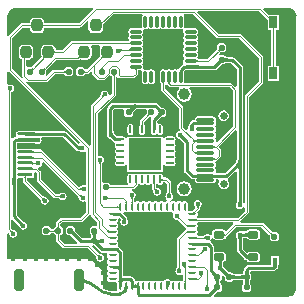
<source format=gtl>
G04*
G04 #@! TF.GenerationSoftware,Altium Limited,Altium Designer,20.0.13 (296)*
G04*
G04 Layer_Physical_Order=1*
G04 Layer_Color=255*
%FSLAX25Y25*%
%MOIN*%
G70*
G01*
G75*
%ADD10C,0.01000*%
%ADD17R,0.01575X0.01968*%
%ADD18R,0.02756X0.03937*%
G04:AMPARAMS|DCode=19|XSize=59.06mil|YSize=11.81mil|CornerRadius=2.95mil|HoleSize=0mil|Usage=FLASHONLY|Rotation=180.000|XOffset=0mil|YOffset=0mil|HoleType=Round|Shape=RoundedRectangle|*
%AMROUNDEDRECTD19*
21,1,0.05906,0.00591,0,0,180.0*
21,1,0.05315,0.01181,0,0,180.0*
1,1,0.00591,-0.02657,0.00295*
1,1,0.00591,0.02657,0.00295*
1,1,0.00591,0.02657,-0.00295*
1,1,0.00591,-0.02657,-0.00295*
%
%ADD19ROUNDEDRECTD19*%
G04:AMPARAMS|DCode=20|XSize=160mil|YSize=160mil|CornerRadius=16mil|HoleSize=0mil|Usage=FLASHONLY|Rotation=90.000|XOffset=0mil|YOffset=0mil|HoleType=Round|Shape=RoundedRectangle|*
%AMROUNDEDRECTD20*
21,1,0.16000,0.12800,0,0,90.0*
21,1,0.12800,0.16000,0,0,90.0*
1,1,0.03200,0.06400,0.06400*
1,1,0.03200,0.06400,-0.06400*
1,1,0.03200,-0.06400,-0.06400*
1,1,0.03200,-0.06400,0.06400*
%
%ADD20ROUNDEDRECTD20*%
G04:AMPARAMS|DCode=21|XSize=26.57mil|YSize=9.84mil|CornerRadius=2.46mil|HoleSize=0mil|Usage=FLASHONLY|Rotation=90.000|XOffset=0mil|YOffset=0mil|HoleType=Round|Shape=RoundedRectangle|*
%AMROUNDEDRECTD21*
21,1,0.02657,0.00492,0,0,90.0*
21,1,0.02165,0.00984,0,0,90.0*
1,1,0.00492,0.00246,0.01083*
1,1,0.00492,0.00246,-0.01083*
1,1,0.00492,-0.00246,-0.01083*
1,1,0.00492,-0.00246,0.01083*
%
%ADD21ROUNDEDRECTD21*%
G04:AMPARAMS|DCode=22|XSize=26.57mil|YSize=9.84mil|CornerRadius=2.46mil|HoleSize=0mil|Usage=FLASHONLY|Rotation=180.000|XOffset=0mil|YOffset=0mil|HoleType=Round|Shape=RoundedRectangle|*
%AMROUNDEDRECTD22*
21,1,0.02657,0.00492,0,0,180.0*
21,1,0.02165,0.00984,0,0,180.0*
1,1,0.00492,-0.01083,0.00246*
1,1,0.00492,0.01083,0.00246*
1,1,0.00492,0.01083,-0.00246*
1,1,0.00492,-0.01083,-0.00246*
%
%ADD22ROUNDEDRECTD22*%
G04:AMPARAMS|DCode=23|XSize=20mil|YSize=20mil|CornerRadius=5mil|HoleSize=0mil|Usage=FLASHONLY|Rotation=270.000|XOffset=0mil|YOffset=0mil|HoleType=Round|Shape=RoundedRectangle|*
%AMROUNDEDRECTD23*
21,1,0.02000,0.01000,0,0,270.0*
21,1,0.01000,0.02000,0,0,270.0*
1,1,0.01000,-0.00500,-0.00500*
1,1,0.01000,-0.00500,0.00500*
1,1,0.01000,0.00500,0.00500*
1,1,0.01000,0.00500,-0.00500*
%
%ADD23ROUNDEDRECTD23*%
G04:AMPARAMS|DCode=24|XSize=86mil|YSize=50mil|CornerRadius=12.5mil|HoleSize=0mil|Usage=FLASHONLY|Rotation=0.000|XOffset=0mil|YOffset=0mil|HoleType=Round|Shape=RoundedRectangle|*
%AMROUNDEDRECTD24*
21,1,0.08600,0.02500,0,0,0.0*
21,1,0.06100,0.05000,0,0,0.0*
1,1,0.02500,0.03050,-0.01250*
1,1,0.02500,-0.03050,-0.01250*
1,1,0.02500,-0.03050,0.01250*
1,1,0.02500,0.03050,0.01250*
%
%ADD24ROUNDEDRECTD24*%
G04:AMPARAMS|DCode=25|XSize=50mil|YSize=10mil|CornerRadius=2.5mil|HoleSize=0mil|Usage=FLASHONLY|Rotation=180.000|XOffset=0mil|YOffset=0mil|HoleType=Round|Shape=RoundedRectangle|*
%AMROUNDEDRECTD25*
21,1,0.05000,0.00500,0,0,180.0*
21,1,0.04500,0.01000,0,0,180.0*
1,1,0.00500,-0.02250,0.00250*
1,1,0.00500,0.02250,0.00250*
1,1,0.00500,0.02250,-0.00250*
1,1,0.00500,-0.02250,-0.00250*
%
%ADD25ROUNDEDRECTD25*%
G04:AMPARAMS|DCode=26|XSize=12mil|YSize=38mil|CornerRadius=3mil|HoleSize=0mil|Usage=FLASHONLY|Rotation=0.000|XOffset=0mil|YOffset=0mil|HoleType=Round|Shape=RoundedRectangle|*
%AMROUNDEDRECTD26*
21,1,0.01200,0.03200,0,0,0.0*
21,1,0.00600,0.03800,0,0,0.0*
1,1,0.00600,0.00300,-0.01600*
1,1,0.00600,-0.00300,-0.01600*
1,1,0.00600,-0.00300,0.01600*
1,1,0.00600,0.00300,0.01600*
%
%ADD26ROUNDEDRECTD26*%
G04:AMPARAMS|DCode=27|XSize=12mil|YSize=38mil|CornerRadius=3mil|HoleSize=0mil|Usage=FLASHONLY|Rotation=270.000|XOffset=0mil|YOffset=0mil|HoleType=Round|Shape=RoundedRectangle|*
%AMROUNDEDRECTD27*
21,1,0.01200,0.03200,0,0,270.0*
21,1,0.00600,0.03800,0,0,270.0*
1,1,0.00600,-0.01600,-0.00300*
1,1,0.00600,-0.01600,0.00300*
1,1,0.00600,0.01600,0.00300*
1,1,0.00600,0.01600,-0.00300*
%
%ADD27ROUNDEDRECTD27*%
%ADD28R,0.11024X0.10630*%
G04:AMPARAMS|DCode=29|XSize=20mil|YSize=20mil|CornerRadius=5mil|HoleSize=0mil|Usage=FLASHONLY|Rotation=180.000|XOffset=0mil|YOffset=0mil|HoleType=Round|Shape=RoundedRectangle|*
%AMROUNDEDRECTD29*
21,1,0.02000,0.01000,0,0,180.0*
21,1,0.01000,0.02000,0,0,180.0*
1,1,0.01000,-0.00500,0.00500*
1,1,0.01000,0.00500,0.00500*
1,1,0.01000,0.00500,-0.00500*
1,1,0.01000,-0.00500,-0.00500*
%
%ADD29ROUNDEDRECTD29*%
G04:AMPARAMS|DCode=30|XSize=23.62mil|YSize=35mil|CornerRadius=5.91mil|HoleSize=0mil|Usage=FLASHONLY|Rotation=270.000|XOffset=0mil|YOffset=0mil|HoleType=Round|Shape=RoundedRectangle|*
%AMROUNDEDRECTD30*
21,1,0.02362,0.02319,0,0,270.0*
21,1,0.01181,0.03500,0,0,270.0*
1,1,0.01181,-0.01159,-0.00591*
1,1,0.01181,-0.01159,0.00591*
1,1,0.01181,0.01159,0.00591*
1,1,0.01181,0.01159,-0.00591*
%
%ADD30ROUNDEDRECTD30*%
G04:AMPARAMS|DCode=31|XSize=37.4mil|YSize=39.37mil|CornerRadius=9.35mil|HoleSize=0mil|Usage=FLASHONLY|Rotation=0.000|XOffset=0mil|YOffset=0mil|HoleType=Round|Shape=RoundedRectangle|*
%AMROUNDEDRECTD31*
21,1,0.03740,0.02067,0,0,0.0*
21,1,0.01870,0.03937,0,0,0.0*
1,1,0.01870,0.00935,-0.01034*
1,1,0.01870,-0.00935,-0.01034*
1,1,0.01870,-0.00935,0.01034*
1,1,0.01870,0.00935,0.01034*
%
%ADD31ROUNDEDRECTD31*%
G04:AMPARAMS|DCode=32|XSize=31.5mil|YSize=70.87mil|CornerRadius=7.87mil|HoleSize=0mil|Usage=FLASHONLY|Rotation=180.000|XOffset=0mil|YOffset=0mil|HoleType=Round|Shape=RoundedRectangle|*
%AMROUNDEDRECTD32*
21,1,0.03150,0.05512,0,0,180.0*
21,1,0.01575,0.07087,0,0,180.0*
1,1,0.01575,-0.00787,0.02756*
1,1,0.01575,0.00787,0.02756*
1,1,0.01575,0.00787,-0.02756*
1,1,0.01575,-0.00787,-0.02756*
%
%ADD32ROUNDEDRECTD32*%
%ADD33O,0.00984X0.02756*%
%ADD34O,0.02756X0.00984*%
%ADD57C,0.00400*%
%ADD58C,0.03937*%
%ADD59C,0.02559*%
%ADD60O,0.06299X0.03937*%
%ADD61O,0.08268X0.03937*%
%ADD62C,0.01600*%
G36*
X111379Y96265D02*
X111376Y96319D01*
X111367Y96374D01*
X111352Y96429D01*
X111331Y96485D01*
X111305Y96542D01*
X111272Y96598D01*
X111234Y96656D01*
X111190Y96714D01*
X111140Y96772D01*
X111084Y96830D01*
Y97396D01*
X111140Y97343D01*
X111190Y97302D01*
X111234Y97272D01*
X111272Y97255D01*
X111305Y97249D01*
X111331Y97255D01*
X111352Y97272D01*
X111367Y97302D01*
X111376Y97343D01*
X111379Y97396D01*
Y96265D01*
D02*
G37*
G36*
X55659Y95193D02*
X55601Y95132D01*
X55504Y95013D01*
X55465Y94955D01*
X55432Y94898D01*
X55406Y94842D01*
X55386Y94787D01*
X55372Y94732D01*
X55365Y94679D01*
X55364Y94627D01*
X55315Y95707D01*
X55321Y95657D01*
X55333Y95619D01*
X55352Y95594D01*
X55376Y95581D01*
X55407Y95579D01*
X55444Y95591D01*
X55488Y95614D01*
X55538Y95649D01*
X55594Y95697D01*
X55657Y95756D01*
X55659Y95193D01*
D02*
G37*
G36*
X26925Y100406D02*
X52444D01*
X52635Y99944D01*
X47834Y95143D01*
X36398D01*
Y95463D01*
X36287Y96022D01*
X35970Y96497D01*
X35495Y96814D01*
X34935Y96926D01*
X33065D01*
X32505Y96814D01*
X32030Y96497D01*
X31713Y96022D01*
X31602Y95463D01*
Y95143D01*
X28913D01*
X28640Y95088D01*
X28408Y94934D01*
X24520Y91045D01*
X24416Y91053D01*
X24020Y91209D01*
Y97247D01*
X24083Y97563D01*
X24088D01*
X24187Y98317D01*
X24478Y99019D01*
X24941Y99622D01*
X25544Y100085D01*
X26246Y100376D01*
X26745Y100441D01*
X26925Y100406D01*
D02*
G37*
G36*
X35868Y94791D02*
X35881Y94757D01*
X35901Y94727D01*
X35930Y94701D01*
X35967Y94679D01*
X36013Y94661D01*
X36066Y94647D01*
X36128Y94637D01*
X36198Y94631D01*
X36276Y94629D01*
Y94229D01*
X36198Y94227D01*
X36128Y94221D01*
X36066Y94211D01*
X36013Y94197D01*
X35967Y94179D01*
X35930Y94157D01*
X35901Y94131D01*
X35881Y94101D01*
X35868Y94067D01*
X35864Y94029D01*
Y94829D01*
X35868Y94791D01*
D02*
G37*
G36*
X32136Y94029D02*
X32132Y94067D01*
X32120Y94101D01*
X32099Y94131D01*
X32070Y94157D01*
X32033Y94179D01*
X31988Y94197D01*
X31934Y94211D01*
X31872Y94221D01*
X31802Y94227D01*
X31724Y94229D01*
Y94629D01*
X31802Y94631D01*
X31872Y94637D01*
X31934Y94647D01*
X31988Y94661D01*
X32033Y94679D01*
X32070Y94701D01*
X32099Y94727D01*
X32120Y94757D01*
X32132Y94791D01*
X32136Y94829D01*
Y94029D01*
D02*
G37*
G36*
X79325Y93296D02*
X79637Y93234D01*
X80237D01*
X80549Y93296D01*
X80921Y93433D01*
X81293Y93296D01*
X81605Y93234D01*
X82205D01*
X82375Y93268D01*
X82488Y93201D01*
X82701Y92988D01*
X82768Y92875D01*
X82734Y92706D01*
Y92106D01*
X82797Y91793D01*
X82973Y91529D01*
Y91314D01*
X82797Y91049D01*
X82734Y90737D01*
Y90137D01*
X82797Y89825D01*
X82934Y89453D01*
X82797Y89081D01*
X82734Y88769D01*
Y88169D01*
X82797Y87856D01*
X82973Y87592D01*
Y87377D01*
X82797Y87112D01*
X82734Y86800D01*
Y86200D01*
X82797Y85888D01*
X82934Y85516D01*
X82797Y85144D01*
X82734Y84832D01*
Y84232D01*
X82797Y83919D01*
X82973Y83655D01*
Y83440D01*
X82797Y83175D01*
X82734Y82863D01*
Y82263D01*
X82767Y82100D01*
X82540Y81595D01*
X82498Y81537D01*
X82167Y81315D01*
X81185Y80333D01*
X80963Y80002D01*
X80905Y79960D01*
X80400Y79733D01*
X80237Y79766D01*
X79637D01*
X79325Y79703D01*
X79060Y79527D01*
X78845D01*
X78581Y79703D01*
X78268Y79766D01*
X77668D01*
X77356Y79703D01*
X76984Y79566D01*
X76612Y79703D01*
X76300Y79766D01*
X75700D01*
X75388Y79703D01*
X75123Y79527D01*
X74946Y79262D01*
X74884Y78950D01*
Y75750D01*
X74946Y75438D01*
X75123Y75173D01*
X75218Y75110D01*
X75220Y75105D01*
X75233Y75100D01*
X75258Y75083D01*
X75259Y75043D01*
X75286Y74981D01*
Y73000D01*
X75341Y72727D01*
X75495Y72495D01*
X81286Y66704D01*
Y60405D01*
X81341Y60132D01*
X81495Y59901D01*
X81583Y59813D01*
X81552Y59629D01*
X81386Y59303D01*
X80993Y59225D01*
X80563Y58937D01*
X80275Y58507D01*
X80174Y58000D01*
X80275Y57493D01*
X80563Y57063D01*
X80993Y56775D01*
X81284Y56718D01*
X81285Y56716D01*
X81287Y56714D01*
X81494Y56533D01*
X81547Y56480D01*
X81599Y56459D01*
X82980Y55078D01*
Y46000D01*
X83058Y45610D01*
X83279Y45279D01*
X85137Y43421D01*
X85468Y43200D01*
X85858Y43122D01*
X86165D01*
X86215Y43101D01*
X86400Y43100D01*
X86610Y43095D01*
Y42665D01*
X86672Y42355D01*
X86848Y42092D01*
X87111Y41916D01*
X87421Y41855D01*
X92736D01*
X93046Y41916D01*
X93309Y42092D01*
X93485Y42355D01*
X93547Y42665D01*
Y43088D01*
X93766Y43100D01*
X93942Y43101D01*
X93993Y43122D01*
X94402D01*
X94670Y42622D01*
X94465Y42316D01*
X94327Y41622D01*
X94465Y40928D01*
X94859Y40339D01*
X95447Y39946D01*
X96142Y39808D01*
X96836Y39946D01*
X97425Y40339D01*
X97818Y40928D01*
X97956Y41622D01*
X97818Y42316D01*
X97540Y42733D01*
X97529Y42770D01*
X97601Y43268D01*
X97645Y43359D01*
X97737Y43421D01*
X100019Y45702D01*
X100480Y45511D01*
Y35665D01*
X100459Y35616D01*
X100454Y35384D01*
X100447Y35291D01*
X100444Y35272D01*
X100443Y35267D01*
X100440Y35256D01*
X100440Y35254D01*
X100275Y35007D01*
X100174Y34500D01*
X100275Y33993D01*
X100563Y33563D01*
X100993Y33275D01*
X101500Y33174D01*
X102007Y33275D01*
X102437Y33563D01*
X102699Y33955D01*
X102735Y33959D01*
X103199Y33649D01*
Y32708D01*
X100801Y30310D01*
X87496D01*
X87297Y30752D01*
X87333Y30907D01*
X87414Y31028D01*
X87471Y31319D01*
Y31811D01*
X87414Y32102D01*
X87318Y32245D01*
X88005Y32932D01*
X88159Y33164D01*
X88214Y33437D01*
Y33660D01*
X88240Y33716D01*
X88242Y33754D01*
X88244Y33765D01*
X88248Y33781D01*
X88257Y33802D01*
X88269Y33829D01*
X88288Y33862D01*
X88310Y33894D01*
X88395Y33997D01*
X88448Y34051D01*
X88475Y34119D01*
X88725Y34493D01*
X88826Y35000D01*
X88725Y35507D01*
X88437Y35937D01*
X88007Y36225D01*
X87500Y36325D01*
X86993Y36225D01*
X86563Y35937D01*
X86275Y35507D01*
X86174Y35000D01*
X86275Y34493D01*
X86525Y34119D01*
X86552Y34051D01*
X86611Y33991D01*
X86652Y33944D01*
X86686Y33901D01*
X86712Y33862D01*
X86731Y33829D01*
X86743Y33802D01*
X86752Y33781D01*
X86756Y33765D01*
X86758Y33754D01*
X86760Y33716D01*
X86763Y33709D01*
X85817Y32763D01*
X85754Y32739D01*
X85705Y32692D01*
X85669Y32661D01*
X85637Y32637D01*
X85611Y32619D01*
X85589Y32607D01*
X85573Y32599D01*
X85563Y32595D01*
X85558Y32594D01*
X85532Y32593D01*
X85488Y32572D01*
X84669D01*
X84410Y32758D01*
X84223Y33017D01*
Y35059D01*
X84165Y35350D01*
X84000Y35597D01*
X83754Y35762D01*
X83463Y35820D01*
X82970D01*
X82679Y35762D01*
X82433Y35597D01*
X82032D01*
X81785Y35762D01*
X81494Y35820D01*
X81002D01*
X80711Y35762D01*
X80464Y35597D01*
X80063D01*
X79817Y35762D01*
X79526Y35820D01*
X79033D01*
X78742Y35762D01*
X78704Y35736D01*
X78296Y35848D01*
X78491Y36272D01*
X78507Y36275D01*
X78937Y36563D01*
X79225Y36993D01*
X79325Y37500D01*
X79225Y38007D01*
X78975Y38381D01*
X78948Y38449D01*
X78889Y38509D01*
X78848Y38556D01*
X78814Y38599D01*
X78789Y38638D01*
X78769Y38671D01*
X78756Y38698D01*
X78749Y38719D01*
X78744Y38735D01*
X78742Y38746D01*
X78740Y38784D01*
X78714Y38840D01*
Y42000D01*
X78659Y42273D01*
X78505Y42505D01*
X77450Y43559D01*
X77219Y43714D01*
X76946Y43768D01*
X75933D01*
Y44118D01*
X75856Y44505D01*
X75637Y44833D01*
X75308Y45053D01*
X74921Y45130D01*
X74534Y45053D01*
X74206Y44833D01*
X73668D01*
X73340Y45053D01*
X72953Y45130D01*
X72566Y45053D01*
X72237Y44833D01*
X71700D01*
X71371Y45053D01*
X70984Y45130D01*
X70597Y45053D01*
X70269Y44833D01*
X69731D01*
X69403Y45053D01*
X69016Y45130D01*
X68629Y45053D01*
X68300Y44833D01*
X67763D01*
X67434Y45053D01*
X67047Y45130D01*
X66660Y45053D01*
X66332Y44833D01*
X65794D01*
X65466Y45053D01*
X65079Y45130D01*
X64692Y45053D01*
X64363Y44833D01*
X64144Y44505D01*
X64067Y44118D01*
Y42347D01*
X64144Y41959D01*
X64308Y41714D01*
X64215Y41406D01*
X64088Y41214D01*
X58477D01*
X58442Y41390D01*
X58221Y41721D01*
X57890Y41942D01*
X57500Y42020D01*
X56500D01*
X56126Y41945D01*
X56108Y41943D01*
X55626Y42220D01*
Y48272D01*
X55653Y48328D01*
X55655Y48366D01*
X55657Y48377D01*
X55661Y48393D01*
X55669Y48414D01*
X55682Y48441D01*
X55701Y48474D01*
X55723Y48506D01*
X55808Y48609D01*
X55861Y48663D01*
X55888Y48731D01*
X56137Y49105D01*
X56238Y49612D01*
X56137Y50119D01*
X55850Y50549D01*
X55420Y50836D01*
X54913Y50937D01*
X54626Y50880D01*
X54126Y51206D01*
Y65016D01*
X60005Y70895D01*
X60159Y71126D01*
X60214Y71399D01*
Y77116D01*
X60635Y77273D01*
X60714Y77277D01*
X60995Y76995D01*
X61227Y76841D01*
X61500Y76786D01*
X66000D01*
X66273Y76841D01*
X66505Y76995D01*
X67317Y77808D01*
X67472Y78040D01*
X67526Y78313D01*
Y79479D01*
X68450D01*
X68620Y79513D01*
X68732Y79446D01*
X68946Y79232D01*
X69013Y79120D01*
X68979Y78950D01*
Y75750D01*
X69041Y75438D01*
X69218Y75173D01*
X69482Y74996D01*
X69794Y74934D01*
X70394D01*
X70707Y74996D01*
X70971Y75173D01*
X71186D01*
X71451Y74996D01*
X71763Y74934D01*
X72363D01*
X72675Y74996D01*
X72940Y75173D01*
X73117Y75438D01*
X73179Y75750D01*
Y78950D01*
X73117Y79262D01*
X72940Y79527D01*
X72675Y79703D01*
X72363Y79766D01*
X71763D01*
X71451Y79703D01*
X71186Y79527D01*
X70971D01*
X70707Y79703D01*
X70394Y79766D01*
X69794D01*
X69625Y79732D01*
X69512Y79799D01*
X69299Y80012D01*
X69232Y80125D01*
X69266Y80295D01*
Y80895D01*
X69204Y81207D01*
X69067Y81579D01*
X69204Y81951D01*
X69266Y82263D01*
Y82863D01*
X69204Y83175D01*
X69067Y83547D01*
X69204Y83919D01*
X69266Y84232D01*
Y84832D01*
X69204Y85144D01*
X69067Y85516D01*
X69204Y85888D01*
X69266Y86200D01*
Y86800D01*
X69204Y87112D01*
X69027Y87377D01*
Y87592D01*
X69204Y87856D01*
X69266Y88169D01*
Y88769D01*
X69204Y89081D01*
X69067Y89453D01*
X69204Y89825D01*
X69266Y90137D01*
Y90737D01*
X69204Y91049D01*
X69027Y91314D01*
Y91529D01*
X69204Y91793D01*
X69266Y92106D01*
Y92706D01*
X69232Y92875D01*
X69299Y92987D01*
X69513Y93201D01*
X69625Y93268D01*
X69794Y93234D01*
X70394D01*
X70707Y93296D01*
X70971Y93473D01*
X71186D01*
X71451Y93296D01*
X71763Y93234D01*
X72363D01*
X72675Y93296D01*
X73047Y93433D01*
X73419Y93296D01*
X73731Y93234D01*
X74331D01*
X74644Y93296D01*
X74908Y93473D01*
X75123D01*
X75388Y93296D01*
X75700Y93234D01*
X76300D01*
X76612Y93296D01*
X76984Y93433D01*
X77356Y93296D01*
X77668Y93234D01*
X78268D01*
X78581Y93296D01*
X78845Y93473D01*
X79060D01*
X79325Y93296D01*
D02*
G37*
G36*
X113094Y93504D02*
X113060Y93492D01*
X113031Y93472D01*
X113005Y93444D01*
X112982Y93408D01*
X112964Y93364D01*
X112951Y93312D01*
X112941Y93252D01*
X112935Y93184D01*
X112933Y93108D01*
X112532D01*
X112531Y93184D01*
X112524Y93252D01*
X112514Y93312D01*
X112501Y93364D01*
X112483Y93408D01*
X112460Y93444D01*
X112434Y93472D01*
X112405Y93492D01*
X112371Y93504D01*
X112332Y93508D01*
X113133D01*
X113094Y93504D01*
D02*
G37*
G36*
X69144Y97986D02*
X69191Y97786D01*
X69041Y97562D01*
X68979Y97250D01*
Y94050D01*
X69013Y93880D01*
X68946Y93768D01*
X68732Y93554D01*
X68620Y93488D01*
X68450Y93521D01*
X65250D01*
X64938Y93459D01*
X64673Y93282D01*
X64496Y93018D01*
X64434Y92706D01*
Y92106D01*
X64496Y91793D01*
X64673Y91529D01*
Y91314D01*
X64496Y91049D01*
X64434Y90737D01*
Y90137D01*
X64496Y89825D01*
X64569Y89629D01*
X64562Y89522D01*
X64544Y89446D01*
X64475Y89313D01*
X64370Y89182D01*
X45610D01*
X45337Y89128D01*
X45106Y88973D01*
X42417Y86285D01*
X40138D01*
Y86604D01*
X40027Y87164D01*
X39710Y87639D01*
X39235Y87956D01*
X38675Y88068D01*
X36805D01*
X36245Y87956D01*
X35770Y87639D01*
X35453Y87164D01*
X35342Y86604D01*
Y84538D01*
X35449Y83997D01*
X35446Y83994D01*
X35431Y83955D01*
X35396Y83933D01*
X35387Y83896D01*
X32150Y80659D01*
X32086Y80634D01*
X32018Y80568D01*
X31967Y80523D01*
X31962Y80519D01*
X31949D01*
X31932Y80527D01*
X31915Y80519D01*
X31854D01*
X31850Y80520D01*
X31848Y80519D01*
X31000D01*
X30926Y80505D01*
X30426Y80875D01*
Y83074D01*
X31195D01*
X31755Y83186D01*
X32230Y83503D01*
X32547Y83978D01*
X32658Y84538D01*
Y86604D01*
X32547Y87164D01*
X32230Y87639D01*
X31755Y87956D01*
X31195Y88068D01*
X29325D01*
X28765Y87956D01*
X28290Y87639D01*
X27973Y87164D01*
X27862Y86604D01*
Y84538D01*
X27973Y83978D01*
X28290Y83503D01*
X28765Y83186D01*
X28990Y83141D01*
X28999Y83121D01*
Y77612D01*
X29053Y77339D01*
X29163Y77175D01*
X28774Y76856D01*
X25714Y79917D01*
Y90221D01*
X29208Y93715D01*
X31602D01*
Y93396D01*
X31713Y92836D01*
X32030Y92361D01*
X32505Y92044D01*
X33065Y91932D01*
X34935D01*
X35495Y92044D01*
X35970Y92361D01*
X36287Y92836D01*
X36398Y93396D01*
Y93715D01*
X48130D01*
X48403Y93770D01*
X48635Y93924D01*
X50696Y95986D01*
X51157Y95740D01*
X51102Y95463D01*
Y93396D01*
X51213Y92836D01*
X51530Y92361D01*
X52005Y92044D01*
X52565Y91932D01*
X54435D01*
X54995Y92044D01*
X55470Y92361D01*
X55787Y92836D01*
X55898Y93396D01*
Y94601D01*
X55901Y94607D01*
X55902Y94610D01*
X55905Y94618D01*
X55906Y94633D01*
X55906Y94635D01*
X55913Y94648D01*
X55925Y94669D01*
X55939Y94690D01*
X56007Y94773D01*
X56050Y94819D01*
X56075Y94882D01*
X59479Y98286D01*
X69006D01*
X69144Y97986D01*
D02*
G37*
G36*
X64988Y88071D02*
X64984Y88108D01*
X64971Y88142D01*
X64949Y88172D01*
X64919Y88197D01*
X64880Y88219D01*
X64833Y88237D01*
X64777Y88251D01*
X64712Y88261D01*
X64639Y88266D01*
X64556Y88269D01*
Y88669D01*
X64639Y88670D01*
X64712Y88676D01*
X64777Y88686D01*
X64833Y88700D01*
X64880Y88718D01*
X64919Y88740D01*
X64949Y88765D01*
X64971Y88795D01*
X64984Y88829D01*
X64988Y88866D01*
Y88071D01*
D02*
G37*
G36*
X95068Y86014D02*
X95038Y86036D01*
X95004Y86047D01*
X94964Y86048D01*
X94918Y86038D01*
X94868Y86017D01*
X94812Y85986D01*
X94752Y85944D01*
X94686Y85892D01*
X94614Y85829D01*
X94538Y85755D01*
X94255Y86038D01*
X94329Y86114D01*
X94444Y86251D01*
X94486Y86312D01*
X94517Y86368D01*
X94538Y86418D01*
X94548Y86463D01*
X94547Y86503D01*
X94536Y86538D01*
X94515Y86568D01*
X95068Y86014D01*
D02*
G37*
G36*
X65138Y85929D02*
X65105Y85948D01*
X65069Y85965D01*
X65027Y85980D01*
X64982Y85993D01*
X64932Y86004D01*
X64878Y86013D01*
X64756Y86026D01*
X64689Y86029D01*
X64618Y86030D01*
X64556Y86430D01*
X64643Y86432D01*
X64720Y86438D01*
X64787Y86448D01*
X64843Y86462D01*
X64890Y86480D01*
X64926Y86502D01*
X64952Y86528D01*
X64967Y86558D01*
X64973Y86592D01*
X64968Y86630D01*
X65138Y85929D01*
D02*
G37*
G36*
X61507Y86661D02*
X61763Y86532D01*
X61840Y86501D01*
X61985Y86455D01*
X62051Y86441D01*
X62115Y86432D01*
X62174Y86430D01*
X62280Y86030D01*
X62210Y86026D01*
X62142Y86014D01*
X62077Y85994D01*
X62015Y85966D01*
X61955Y85930D01*
X61897Y85886D01*
X61842Y85834D01*
X61790Y85774D01*
X61740Y85706D01*
X61692Y85630D01*
X61415Y86716D01*
X61507Y86661D01*
D02*
G37*
G36*
X93808Y90307D02*
X94040Y90153D01*
X94313Y90098D01*
X101392D01*
X107786Y83704D01*
Y75796D01*
X103408Y71417D01*
X103253Y71186D01*
X103199Y70913D01*
Y35534D01*
X102799Y35302D01*
X102546Y35462D01*
X102542Y35533D01*
X102541Y35608D01*
X102520Y35659D01*
Y48538D01*
X102539Y48575D01*
X102520Y48637D01*
Y80500D01*
X102442Y80890D01*
X102221Y81221D01*
X99721Y83721D01*
X99390Y83942D01*
X99000Y84020D01*
X97558D01*
X97509Y84041D01*
X97345Y84044D01*
X97210Y84053D01*
X97093Y84067D01*
X96994Y84085D01*
X96916Y84105D01*
X96858Y84126D01*
X96821Y84144D01*
X96803Y84156D01*
X96799Y84159D01*
X96774Y84191D01*
X96746Y84206D01*
X96735Y84234D01*
X96646Y84271D01*
X96390Y84442D01*
X96000Y84519D01*
X95000D01*
X94581Y84946D01*
X94566Y85056D01*
X94850Y85340D01*
X94914Y85366D01*
X94982Y85431D01*
X95034Y85477D01*
X95038Y85480D01*
X95051D01*
X95068Y85473D01*
X95086Y85480D01*
X95147D01*
X95150Y85479D01*
X95152Y85480D01*
X96000D01*
X96390Y85558D01*
X96721Y85779D01*
X96942Y86110D01*
X97020Y86500D01*
Y87500D01*
X96942Y87890D01*
X96721Y88221D01*
X96390Y88442D01*
X96000Y88520D01*
X95000D01*
X94610Y88442D01*
X94279Y88221D01*
X94058Y87890D01*
X93980Y87500D01*
Y86652D01*
X93980Y86650D01*
X93980Y86646D01*
Y86585D01*
X93973Y86568D01*
X93980Y86551D01*
Y86541D01*
X93927Y86477D01*
X93866Y86414D01*
X93841Y86350D01*
X90768Y83277D01*
X87630D01*
X87524Y83409D01*
X87456Y83540D01*
X87438Y83617D01*
X87427Y83789D01*
X87429Y83807D01*
X87504Y83919D01*
X87566Y84232D01*
Y84832D01*
X87504Y85144D01*
X87366Y85516D01*
X87504Y85888D01*
X87566Y86200D01*
Y86800D01*
X87504Y87112D01*
X87327Y87377D01*
Y87592D01*
X87504Y87856D01*
X87566Y88169D01*
Y88769D01*
X87504Y89081D01*
X87366Y89453D01*
X87504Y89825D01*
X87566Y90137D01*
Y90737D01*
X87504Y91049D01*
X87327Y91314D01*
Y91529D01*
X87504Y91793D01*
X87566Y92106D01*
Y92706D01*
X87504Y93018D01*
X87327Y93282D01*
X87062Y93459D01*
X86750Y93521D01*
X83550D01*
X83380Y93487D01*
X83268Y93554D01*
X83054Y93768D01*
X82987Y93880D01*
X83021Y94050D01*
Y97250D01*
X82959Y97562D01*
X82809Y97786D01*
X82856Y97986D01*
X82994Y98286D01*
X85829D01*
X93808Y90307D01*
D02*
G37*
G36*
X39608Y85933D02*
X39621Y85899D01*
X39641Y85869D01*
X39670Y85843D01*
X39707Y85821D01*
X39753Y85803D01*
X39806Y85789D01*
X39868Y85779D01*
X39938Y85773D01*
X40016Y85771D01*
Y85371D01*
X39938Y85369D01*
X39868Y85363D01*
X39806Y85353D01*
X39753Y85339D01*
X39707Y85321D01*
X39670Y85299D01*
X39641Y85273D01*
X39621Y85243D01*
X39608Y85209D01*
X39604Y85171D01*
Y85971D01*
X39608Y85933D01*
D02*
G37*
G36*
X64988Y84134D02*
X64984Y84171D01*
X64971Y84205D01*
X64949Y84235D01*
X64919Y84260D01*
X64880Y84282D01*
X64833Y84300D01*
X64777Y84314D01*
X64712Y84324D01*
X64639Y84329D01*
X64556Y84332D01*
Y84732D01*
X64639Y84733D01*
X64712Y84739D01*
X64777Y84749D01*
X64833Y84763D01*
X64880Y84781D01*
X64919Y84803D01*
X64949Y84828D01*
X64971Y84858D01*
X64984Y84892D01*
X64988Y84929D01*
Y84134D01*
D02*
G37*
G36*
X55926Y83695D02*
X55899Y83721D01*
X55868Y83737D01*
X55832Y83743D01*
X55792Y83740D01*
X55748Y83727D01*
X55700Y83704D01*
X55648Y83671D01*
X55592Y83629D01*
X55532Y83577D01*
X55467Y83515D01*
X55204Y83818D01*
X55268Y83884D01*
X55367Y84005D01*
X55402Y84060D01*
X55429Y84111D01*
X55446Y84158D01*
X55454Y84202D01*
X55452Y84241D01*
X55442Y84277D01*
X55422Y84309D01*
X55926Y83695D01*
D02*
G37*
G36*
X48446Y83695D02*
X48419Y83721D01*
X48387Y83737D01*
X48352Y83743D01*
X48312Y83740D01*
X48268Y83727D01*
X48220Y83704D01*
X48168Y83671D01*
X48112Y83629D01*
X48052Y83577D01*
X47987Y83515D01*
X47724Y83818D01*
X47787Y83884D01*
X47887Y84005D01*
X47922Y84060D01*
X47949Y84111D01*
X47966Y84158D01*
X47974Y84202D01*
X47972Y84241D01*
X47962Y84277D01*
X47941Y84309D01*
X48446Y83695D01*
D02*
G37*
G36*
X36688Y83632D02*
X36654Y83649D01*
X36615Y83657D01*
X36572Y83655D01*
X36526Y83645D01*
X36476Y83625D01*
X36422Y83595D01*
X36364Y83556D01*
X36302Y83508D01*
X36237Y83451D01*
X36167Y83384D01*
X35837Y83619D01*
X35901Y83686D01*
X35999Y83807D01*
X36032Y83859D01*
X36055Y83908D01*
X36068Y83951D01*
X36070Y83990D01*
X36063Y84024D01*
X36045Y84054D01*
X36016Y84078D01*
X36688Y83632D01*
D02*
G37*
G36*
X30113Y83608D02*
X30075Y83604D01*
X30041Y83592D01*
X30011Y83571D01*
X29985Y83543D01*
X29963Y83506D01*
X29945Y83460D01*
X29931Y83407D01*
X29921Y83345D01*
X29915Y83275D01*
X29913Y83196D01*
X29513D01*
X29511Y83275D01*
X29505Y83345D01*
X29495Y83407D01*
X29481Y83461D01*
X29463Y83507D01*
X29441Y83544D01*
X29416Y83573D01*
X29386Y83594D01*
X29353Y83606D01*
X29315Y83610D01*
X30113Y83608D01*
D02*
G37*
G36*
X55014Y87255D02*
X54953Y87164D01*
X54842Y86604D01*
Y84538D01*
X54893Y84281D01*
X54862Y84243D01*
X54813Y84192D01*
X54789Y84129D01*
X52495Y81836D01*
X50467Y79807D01*
X49944Y79883D01*
X49942Y79890D01*
X49721Y80221D01*
X49390Y80442D01*
X49000Y80519D01*
X48000D01*
X47610Y80442D01*
X47279Y80221D01*
X47058Y79890D01*
X46981Y79500D01*
Y78500D01*
X47058Y78110D01*
X47279Y77779D01*
X47610Y77558D01*
X48000Y77480D01*
X49000D01*
X49390Y77558D01*
X49721Y77779D01*
X49942Y78110D01*
X49977Y78286D01*
X50669D01*
X50942Y78341D01*
X51174Y78495D01*
X51824Y79146D01*
X52286Y78954D01*
Y78500D01*
X52341Y78227D01*
X52495Y77995D01*
X53995Y76495D01*
X54227Y76341D01*
X54500Y76286D01*
X56197D01*
X56470Y76341D01*
X56702Y76495D01*
X58012Y77805D01*
X58279Y77779D01*
X58610Y77558D01*
X58786Y77523D01*
Y71695D01*
X58272Y71180D01*
X57811Y71426D01*
X57825Y71500D01*
X57725Y72007D01*
X57437Y72437D01*
X57007Y72725D01*
X56500Y72825D01*
X55993Y72725D01*
X55563Y72437D01*
X55275Y72007D01*
X55188Y71567D01*
X55159Y71500D01*
X55158Y71416D01*
X55154Y71353D01*
X55147Y71299D01*
X55138Y71253D01*
X55128Y71216D01*
X55118Y71188D01*
X55109Y71167D01*
X55100Y71153D01*
X55094Y71144D01*
X55069Y71116D01*
X55048Y71057D01*
X52008Y68017D01*
X51853Y67786D01*
X51799Y67513D01*
Y54539D01*
X51299Y54332D01*
X30157Y75474D01*
X30476Y75862D01*
X30640Y75753D01*
X30913Y75698D01*
X37013D01*
X37286Y75753D01*
X37517Y75907D01*
X39896Y78286D01*
X43023D01*
X43058Y78110D01*
X43279Y77779D01*
X43610Y77558D01*
X44000Y77480D01*
X45000D01*
X45390Y77558D01*
X45721Y77779D01*
X45942Y78110D01*
X46020Y78500D01*
Y79500D01*
X45942Y79890D01*
X45721Y80221D01*
X45390Y80442D01*
X45000Y80519D01*
X44000D01*
X43610Y80442D01*
X43279Y80221D01*
X43058Y79890D01*
X43023Y79714D01*
X39601D01*
X39328Y79659D01*
X39096Y79505D01*
X37226Y77634D01*
X36837Y77953D01*
X36942Y78110D01*
X37020Y78500D01*
Y79348D01*
X37021Y79350D01*
X37020Y79353D01*
Y79414D01*
X37027Y79432D01*
X37020Y79449D01*
Y79459D01*
X37073Y79523D01*
X37134Y79586D01*
X37159Y79650D01*
X40296Y82786D01*
X47689D01*
X47962Y82841D01*
X48194Y82995D01*
X48287Y83088D01*
X48342Y83107D01*
X48349Y83119D01*
X48361Y83124D01*
X48395Y83157D01*
X48401Y83158D01*
X48825Y83074D01*
X50695D01*
X51255Y83186D01*
X51730Y83503D01*
X52047Y83978D01*
X52158Y84538D01*
Y86604D01*
X52047Y87164D01*
X51986Y87255D01*
X52254Y87755D01*
X54747D01*
X55014Y87255D01*
D02*
G37*
G36*
X87016Y82923D02*
X87029Y82889D01*
X87051Y82860D01*
X87081Y82834D01*
X87120Y82812D01*
X87168Y82795D01*
X87224Y82781D01*
X87288Y82771D01*
X87362Y82765D01*
X87444Y82763D01*
Y82363D01*
X87362Y82361D01*
X87288Y82355D01*
X87224Y82345D01*
X87168Y82331D01*
X87120Y82314D01*
X87081Y82292D01*
X87051Y82266D01*
X87029Y82236D01*
X87016Y82203D01*
X87012Y82165D01*
Y82961D01*
X87016Y82923D01*
D02*
G37*
G36*
X96406Y83785D02*
X96473Y83725D01*
X96554Y83672D01*
X96648Y83627D01*
X96756Y83588D01*
X96877Y83556D01*
X97012Y83532D01*
X97160Y83514D01*
X97322Y83503D01*
X97498Y83500D01*
Y82500D01*
X97322Y82496D01*
X97012Y82468D01*
X96877Y82444D01*
X96756Y82412D01*
X96648Y82373D01*
X96554Y82328D01*
X96473Y82275D01*
X96406Y82215D01*
X96352Y82148D01*
Y83852D01*
X96406Y83785D01*
D02*
G37*
G36*
X95917Y82014D02*
X95840Y82070D01*
X95749Y82097D01*
X95644Y82096D01*
X95524Y82066D01*
X95389Y82008D01*
X95241Y81922D01*
X95078Y81808D01*
X94900Y81665D01*
X94503Y81295D01*
X93795Y82002D01*
X93995Y82209D01*
X94308Y82578D01*
X94423Y82741D01*
X94508Y82889D01*
X94566Y83024D01*
X94596Y83143D01*
X94597Y83249D01*
X94570Y83340D01*
X94515Y83417D01*
X95917Y82014D01*
D02*
G37*
G36*
X100480Y80078D02*
Y74182D01*
X100019Y73991D01*
X99005Y75005D01*
X98773Y75159D01*
X98500Y75214D01*
X83365D01*
X83014Y75714D01*
X83021Y75750D01*
Y78950D01*
X82976Y79175D01*
X83325Y79524D01*
X83550Y79479D01*
X86750D01*
X86831Y79495D01*
X86862Y79482D01*
X86911Y79502D01*
X86928Y79497D01*
X87791Y79553D01*
X87965Y79553D01*
X88016Y79575D01*
X93094D01*
X93485Y79653D01*
X93815Y79874D01*
X94823Y80881D01*
X94871Y80899D01*
X95255Y81256D01*
X95403Y81375D01*
X95532Y81466D01*
X95557Y81480D01*
X95899D01*
X95917Y81473D01*
X95934Y81480D01*
X96000D01*
X96001Y81480D01*
X96003Y81480D01*
X96005Y81481D01*
X96390Y81558D01*
X96646Y81729D01*
X96735Y81765D01*
X96746Y81794D01*
X96774Y81809D01*
X96799Y81840D01*
X96803Y81844D01*
X96821Y81856D01*
X96858Y81874D01*
X96916Y81894D01*
X96994Y81915D01*
X97085Y81932D01*
X97352Y81956D01*
X97509Y81959D01*
X97558Y81980D01*
X98578D01*
X100480Y80078D01*
D02*
G37*
G36*
X112935Y80813D02*
X112941Y80743D01*
X112951Y80682D01*
X112964Y80628D01*
X112982Y80583D01*
X113005Y80546D01*
X113031Y80517D01*
X113060Y80496D01*
X113094Y80484D01*
X113133Y80480D01*
X112332D01*
X112371Y80484D01*
X112405Y80496D01*
X112434Y80517D01*
X112460Y80546D01*
X112483Y80583D01*
X112501Y80628D01*
X112514Y80682D01*
X112524Y80743D01*
X112531Y80813D01*
X112532Y80892D01*
X112933D01*
X112935Y80813D01*
D02*
G37*
G36*
X53429Y81473D02*
X53381Y81413D01*
X53339Y81351D01*
X53302Y81286D01*
X53271Y81219D01*
X53245Y81149D01*
X53225Y81077D01*
X53211Y81003D01*
X53203Y80927D01*
X53200Y80848D01*
X52800Y80448D01*
X52797Y80521D01*
X52789Y80581D01*
X52775Y80626D01*
X52755Y80659D01*
X52729Y80677D01*
X52698Y80682D01*
X52661Y80673D01*
X52619Y80651D01*
X52571Y80615D01*
X52517Y80565D01*
X53000Y81331D01*
X53483Y81531D01*
X53429Y81473D01*
D02*
G37*
G36*
X86893Y81152D02*
X86941Y81140D01*
X87006Y81129D01*
X87191Y81112D01*
X87601Y81097D01*
X87963Y81094D01*
Y80094D01*
X87773Y80094D01*
X86893Y80037D01*
X86862Y80023D01*
Y81166D01*
X86893Y81152D01*
D02*
G37*
G36*
X55702Y80319D02*
X55708Y80249D01*
X55718Y80187D01*
X55732Y80134D01*
X55750Y80089D01*
X55772Y80051D01*
X55798Y80023D01*
X55828Y80002D01*
X55862Y79990D01*
X55900Y79985D01*
X55100D01*
X55138Y79990D01*
X55172Y80002D01*
X55202Y80023D01*
X55228Y80051D01*
X55250Y80089D01*
X55268Y80134D01*
X55282Y80187D01*
X55292Y80249D01*
X55298Y80319D01*
X55300Y80397D01*
X55700D01*
X55702Y80319D01*
D02*
G37*
G36*
X36745Y79962D02*
X36671Y79886D01*
X36556Y79748D01*
X36514Y79688D01*
X36483Y79632D01*
X36462Y79582D01*
X36452Y79536D01*
X36453Y79496D01*
X36464Y79461D01*
X36486Y79432D01*
X35932Y79985D01*
X35962Y79964D01*
X35996Y79953D01*
X36037Y79952D01*
X36082Y79962D01*
X36132Y79983D01*
X36188Y80014D01*
X36249Y80056D01*
X36314Y80108D01*
X36386Y80171D01*
X36462Y80245D01*
X36745Y79962D01*
D02*
G37*
G36*
X32745D02*
X32671Y79886D01*
X32556Y79748D01*
X32514Y79688D01*
X32483Y79632D01*
X32462Y79582D01*
X32452Y79536D01*
X32453Y79496D01*
X32464Y79461D01*
X32486Y79432D01*
X31932Y79985D01*
X31962Y79964D01*
X31997Y79953D01*
X32037Y79952D01*
X32082Y79962D01*
X32132Y79983D01*
X32188Y80014D01*
X32249Y80056D01*
X32315Y80108D01*
X32386Y80171D01*
X32462Y80245D01*
X32745Y79962D01*
D02*
G37*
G36*
X67175Y80009D02*
X67141Y79996D01*
X67111Y79976D01*
X67085Y79947D01*
X67063Y79910D01*
X67045Y79865D01*
X67031Y79811D01*
X67021Y79749D01*
X67015Y79679D01*
X67013Y79601D01*
X66613D01*
X66611Y79679D01*
X66605Y79749D01*
X66595Y79811D01*
X66581Y79865D01*
X66563Y79910D01*
X66541Y79947D01*
X66515Y79976D01*
X66485Y79996D01*
X66451Y80009D01*
X66413Y80013D01*
X67213D01*
X67175Y80009D01*
D02*
G37*
G36*
X49490Y79362D02*
X49502Y79328D01*
X49523Y79298D01*
X49552Y79272D01*
X49589Y79250D01*
X49634Y79232D01*
X49687Y79218D01*
X49749Y79208D01*
X49819Y79202D01*
X49898Y79200D01*
Y78800D01*
X49819Y78798D01*
X49749Y78792D01*
X49687Y78782D01*
X49634Y78768D01*
X49589Y78750D01*
X49552Y78728D01*
X49523Y78702D01*
X49502Y78672D01*
X49490Y78638D01*
X49486Y78600D01*
Y79400D01*
X49490Y79362D01*
D02*
G37*
G36*
X43514Y78600D02*
X43510Y78638D01*
X43498Y78672D01*
X43477Y78702D01*
X43449Y78728D01*
X43411Y78750D01*
X43366Y78768D01*
X43313Y78782D01*
X43251Y78792D01*
X43181Y78798D01*
X43102Y78800D01*
Y79200D01*
X43181Y79202D01*
X43251Y79208D01*
X43313Y79218D01*
X43366Y79232D01*
X43411Y79250D01*
X43449Y79272D01*
X43477Y79298D01*
X43498Y79328D01*
X43510Y79362D01*
X43514Y79400D01*
Y78600D01*
D02*
G37*
G36*
X59862Y78010D02*
X59828Y77998D01*
X59798Y77977D01*
X59772Y77948D01*
X59750Y77911D01*
X59732Y77866D01*
X59718Y77812D01*
X59708Y77751D01*
X59702Y77681D01*
X59700Y77602D01*
X59300D01*
X59298Y77681D01*
X59292Y77751D01*
X59282Y77812D01*
X59268Y77866D01*
X59250Y77911D01*
X59228Y77948D01*
X59202Y77977D01*
X59172Y77998D01*
X59138Y78010D01*
X59100Y78014D01*
X59900D01*
X59862Y78010D01*
D02*
G37*
G36*
X118317Y100313D02*
X119019Y100022D01*
X119622Y99559D01*
X120085Y98956D01*
X120376Y98254D01*
X120441Y97754D01*
X120406Y97575D01*
Y7000D01*
X120412Y6937D01*
X120412Y6937D01*
X120412Y6937D01*
X120313Y6183D01*
X120022Y5481D01*
X119559Y4878D01*
X118956Y4415D01*
X118254Y4124D01*
X117500Y4025D01*
Y4020D01*
X117500Y4019D01*
X93015D01*
X92823Y4482D01*
X93323Y4981D01*
X93371Y4999D01*
X93755Y5356D01*
X93903Y5475D01*
X94032Y5566D01*
X94058Y5580D01*
X94399D01*
X94417Y5573D01*
X94434Y5580D01*
X94500D01*
X94501Y5581D01*
X94503Y5580D01*
X94505Y5581D01*
X94890Y5658D01*
X95221Y5879D01*
X95442Y6210D01*
X95520Y6600D01*
Y7600D01*
X95442Y7990D01*
X95271Y8245D01*
X95235Y8334D01*
X95206Y8346D01*
X95191Y8373D01*
X95160Y8399D01*
X95156Y8402D01*
X95144Y8421D01*
X95126Y8458D01*
X95106Y8516D01*
X95085Y8594D01*
X95069Y8685D01*
X95052Y8869D01*
X95053Y8890D01*
X95067Y9008D01*
X95085Y9106D01*
X95106Y9184D01*
X95126Y9242D01*
X95144Y9279D01*
X95156Y9297D01*
X95160Y9301D01*
X95191Y9326D01*
X95206Y9353D01*
X95235Y9365D01*
X95271Y9454D01*
X95442Y9710D01*
X95520Y10100D01*
Y10924D01*
X96020Y11099D01*
X96256Y10845D01*
X96375Y10697D01*
X96466Y10568D01*
X96481Y10543D01*
Y10201D01*
X96473Y10183D01*
X96481Y10166D01*
Y10100D01*
X96481Y10099D01*
X96480Y10097D01*
X96482Y10095D01*
X96558Y9710D01*
X96779Y9379D01*
X97110Y9158D01*
X97500Y9080D01*
X98500D01*
X98890Y9158D01*
X99146Y9329D01*
X99235Y9365D01*
X99247Y9394D01*
X99274Y9409D01*
X99299Y9441D01*
X99303Y9444D01*
X99321Y9456D01*
X99358Y9474D01*
X99416Y9494D01*
X99494Y9515D01*
X99585Y9532D01*
X99852Y9556D01*
X100008Y9559D01*
X100058Y9580D01*
X101743D01*
X101792Y9559D01*
X101955Y9556D01*
X102090Y9547D01*
X102208Y9533D01*
X102306Y9515D01*
X102384Y9494D01*
X102442Y9474D01*
X102479Y9456D01*
X102498Y9444D01*
X102501Y9441D01*
X102526Y9409D01*
X102554Y9394D01*
X102566Y9365D01*
X102594Y9353D01*
X102609Y9326D01*
X102641Y9301D01*
X102644Y9297D01*
X102656Y9279D01*
X102674Y9242D01*
X102695Y9184D01*
X102715Y9106D01*
X102732Y9015D01*
X102748Y8831D01*
X102747Y8810D01*
X102733Y8692D01*
X102715Y8594D01*
X102695Y8516D01*
X102674Y8458D01*
X102656Y8421D01*
X102644Y8402D01*
X102641Y8399D01*
X102609Y8373D01*
X102594Y8346D01*
X102566Y8334D01*
X102529Y8245D01*
X102358Y7990D01*
X102280Y7600D01*
Y6600D01*
X102358Y6210D01*
X102579Y5879D01*
X102910Y5658D01*
X103300Y5580D01*
X104300D01*
X104690Y5658D01*
X105021Y5879D01*
X105242Y6210D01*
X105320Y6600D01*
Y7600D01*
X105242Y7990D01*
X105071Y8245D01*
X105035Y8334D01*
X105006Y8346D01*
X104991Y8373D01*
X104959Y8399D01*
X104956Y8402D01*
X104944Y8421D01*
X104926Y8458D01*
X104906Y8516D01*
X104885Y8594D01*
X104868Y8685D01*
X104852Y8869D01*
X104853Y8890D01*
X104867Y9008D01*
X104885Y9106D01*
X104906Y9184D01*
X104926Y9242D01*
X104944Y9279D01*
X104956Y9297D01*
X104959Y9301D01*
X104991Y9326D01*
X105006Y9353D01*
X105035Y9365D01*
X105071Y9454D01*
X105242Y9710D01*
X105320Y10100D01*
Y11100D01*
X105242Y11490D01*
X105071Y11745D01*
X105035Y11834D01*
X105070Y12148D01*
X105122Y12330D01*
X105357Y12480D01*
X112582D01*
X112972Y12558D01*
X113303Y12779D01*
X113889Y13365D01*
X114110Y13696D01*
X114166Y13977D01*
X114209Y14076D01*
X114212Y14243D01*
X114221Y14376D01*
X114233Y14483D01*
X114240Y14516D01*
X114516D01*
Y14958D01*
X114545Y15028D01*
X114529Y15067D01*
X114540Y15107D01*
X114516Y15146D01*
Y17485D01*
X111941D01*
Y15171D01*
X111926Y15150D01*
X111936Y15087D01*
X111912Y15028D01*
X111916Y15020D01*
X111726Y14520D01*
X104400D01*
X104010Y14442D01*
X103679Y14221D01*
X103093Y13635D01*
X102872Y13304D01*
X102795Y12914D01*
Y12658D01*
X102773Y12609D01*
X102770Y12448D01*
X102761Y12315D01*
X102746Y12200D01*
X102728Y12104D01*
X102707Y12026D01*
X102686Y11969D01*
X102666Y11931D01*
X102653Y11910D01*
X102646Y11903D01*
X102611Y11875D01*
X102595Y11847D01*
X102566Y11834D01*
X102554Y11806D01*
X102526Y11791D01*
X102501Y11759D01*
X102498Y11756D01*
X102479Y11744D01*
X102442Y11726D01*
X102384Y11705D01*
X102306Y11685D01*
X102215Y11668D01*
X101948Y11644D01*
X101792Y11641D01*
X101743Y11620D01*
X100058D01*
X100008Y11641D01*
X99845Y11644D01*
X99710Y11653D01*
X99593Y11667D01*
X99494Y11685D01*
X99416Y11705D01*
X99358Y11726D01*
X99321Y11744D01*
X99303Y11756D01*
X99299Y11759D01*
X99274Y11791D01*
X99247Y11806D01*
X99235Y11834D01*
X99146Y11871D01*
X98890Y12042D01*
X98505Y12118D01*
X98503Y12120D01*
X98501Y12119D01*
X98500Y12120D01*
X98434D01*
X98417Y12127D01*
X98399Y12120D01*
X98058D01*
X98032Y12134D01*
X97909Y12221D01*
X97572Y12507D01*
X97379Y12694D01*
X97328Y12714D01*
X96548Y13495D01*
X96527Y13545D01*
X96364Y13713D01*
X96271Y13818D01*
X96267Y13823D01*
X96259Y13835D01*
X96225Y14007D01*
X96060Y14254D01*
X96060Y14256D01*
X96059Y14259D01*
X96042Y14533D01*
X96041Y14608D01*
X96020Y14659D01*
Y15018D01*
X96041Y15066D01*
X96046Y15251D01*
X96057Y15395D01*
X96075Y15509D01*
X96096Y15592D01*
X96109Y15627D01*
X96185Y15642D01*
X96365Y15763D01*
X96386Y15772D01*
X96388Y15778D01*
X96546Y15883D01*
X96787Y16244D01*
X96872Y16669D01*
Y17851D01*
X96787Y18276D01*
X96546Y18637D01*
X96185Y18878D01*
X95759Y18962D01*
X93441D01*
X93332Y18941D01*
X92832Y19311D01*
Y20712D01*
X92755Y21102D01*
X92534Y21433D01*
X91789Y22178D01*
X91750Y22754D01*
X92037Y23184D01*
X92068Y23340D01*
X92599Y23446D01*
X92654Y23363D01*
X93015Y23122D01*
X93441Y23038D01*
X95759D01*
X96185Y23122D01*
X96546Y23363D01*
X96787Y23724D01*
X96850Y24042D01*
X96876Y24054D01*
X97013Y24081D01*
X97245Y24236D01*
X100296Y27286D01*
X108704D01*
X111341Y24650D01*
X111366Y24586D01*
X111432Y24518D01*
X111477Y24466D01*
X111480Y24462D01*
Y24449D01*
X111473Y24432D01*
X111480Y24415D01*
Y24353D01*
X111480Y24350D01*
X111480Y24348D01*
Y23500D01*
X111558Y23110D01*
X111779Y22779D01*
X112110Y22558D01*
X112500Y22480D01*
X113500D01*
X113890Y22558D01*
X114221Y22779D01*
X114442Y23110D01*
X114520Y23500D01*
Y24500D01*
X114442Y24890D01*
X114221Y25221D01*
X113890Y25442D01*
X113500Y25519D01*
X112652D01*
X112650Y25520D01*
X112647Y25519D01*
X112585D01*
X112568Y25527D01*
X112551Y25519D01*
X112541D01*
X112477Y25573D01*
X112414Y25634D01*
X112350Y25659D01*
X109505Y28505D01*
X109273Y28659D01*
X109000Y28714D01*
X101904D01*
X101889Y28733D01*
X101723Y29214D01*
X104417Y31908D01*
X104572Y32140D01*
X104626Y32413D01*
Y70617D01*
X109005Y74995D01*
X109159Y75227D01*
X109214Y75500D01*
Y84000D01*
X109159Y84273D01*
X109005Y84505D01*
X102193Y91317D01*
X101961Y91471D01*
X101688Y91526D01*
X94608D01*
X87310Y98824D01*
X87501Y99286D01*
X107901D01*
X110668Y96520D01*
X110692Y96457D01*
X110739Y96408D01*
X110769Y96372D01*
X110794Y96340D01*
X110812Y96314D01*
X110824Y96292D01*
X110832Y96276D01*
X110836Y96266D01*
X110837Y96261D01*
X110838Y96236D01*
X110854Y96201D01*
Y92996D01*
X112019D01*
Y81004D01*
X110854D01*
Y76067D01*
X114610D01*
Y81004D01*
X113446D01*
Y92996D01*
X114610D01*
Y97933D01*
X111416D01*
X111409Y97936D01*
X111399Y97933D01*
X111389D01*
X111379Y97937D01*
X111368Y97933D01*
X111273D01*
X109263Y99944D01*
X109454Y100406D01*
X117575D01*
X117589Y100408D01*
X118317Y100313D01*
D02*
G37*
G36*
X78329Y75484D02*
X78295Y75471D01*
X78265Y75449D01*
X78240Y75419D01*
X78218Y75380D01*
X78200Y75332D01*
X78186Y75276D01*
X78176Y75212D01*
X78171Y75138D01*
X78168Y75056D01*
X77768D01*
X77767Y75138D01*
X77761Y75212D01*
X77751Y75276D01*
X77737Y75332D01*
X77719Y75380D01*
X77697Y75419D01*
X77672Y75449D01*
X77642Y75471D01*
X77608Y75484D01*
X77571Y75488D01*
X78366D01*
X78329Y75484D01*
D02*
G37*
G36*
X76360D02*
X76327Y75471D01*
X76297Y75449D01*
X76271Y75419D01*
X76249Y75380D01*
X76232Y75332D01*
X76218Y75276D01*
X76208Y75212D01*
X76202Y75138D01*
X76200Y75056D01*
X75800D01*
X75798Y75138D01*
X75792Y75212D01*
X75782Y75276D01*
X75769Y75332D01*
X75751Y75380D01*
X75729Y75419D01*
X75703Y75449D01*
X75674Y75471D01*
X75640Y75484D01*
X75602Y75488D01*
X76398D01*
X76360Y75484D01*
D02*
G37*
G36*
X56492Y70700D02*
X56394Y70699D01*
X56214Y70682D01*
X56132Y70666D01*
X56055Y70645D01*
X55984Y70620D01*
X55919Y70590D01*
X55859Y70555D01*
X55804Y70516D01*
X55754Y70471D01*
X55471Y70754D01*
X55516Y70804D01*
X55555Y70859D01*
X55590Y70919D01*
X55620Y70985D01*
X55645Y71056D01*
X55666Y71132D01*
X55682Y71214D01*
X55692Y71301D01*
X55699Y71394D01*
X55700Y71492D01*
X56492Y70700D01*
D02*
G37*
G36*
X90580Y62924D02*
X90603Y62583D01*
X90614Y62528D01*
X90626Y62485D01*
X90635Y62467D01*
X90676D01*
X90657Y62461D01*
X90646Y62449D01*
X90657Y62436D01*
X90676Y62430D01*
X90635D01*
X90626Y62412D01*
X90614Y62370D01*
X90603Y62315D01*
X90594Y62248D01*
X90583Y62077D01*
X90579Y61858D01*
X89579D01*
X89578Y61974D01*
X89555Y62315D01*
X89544Y62370D01*
X89531Y62412D01*
X89523Y62430D01*
X89482D01*
X89500Y62436D01*
X89511Y62449D01*
X89500Y62461D01*
X89482Y62467D01*
X89523D01*
X89531Y62485D01*
X89544Y62528D01*
X89555Y62583D01*
X89563Y62650D01*
X89575Y62820D01*
X89579Y63039D01*
X90579D01*
X90580Y62924D01*
D02*
G37*
G36*
X87311Y61296D02*
X87283Y61308D01*
X87237Y61319D01*
X87173Y61328D01*
X86990Y61343D01*
X86408Y61358D01*
X86217Y61359D01*
Y62358D01*
X86408Y62358D01*
X87283Y62409D01*
X87311Y62420D01*
Y61296D01*
D02*
G37*
G36*
X86000Y61105D02*
X86001Y61014D01*
X86022Y60685D01*
X86029Y60644D01*
X86038Y60611D01*
X86049Y60587D01*
X86060Y60571D01*
X84940Y60571D01*
X84951Y60587D01*
X84962Y60611D01*
X84971Y60644D01*
X84978Y60685D01*
X84985Y60734D01*
X84995Y60857D01*
X85000Y61105D01*
X86000Y61105D01*
D02*
G37*
G36*
X32264Y58785D02*
X32297Y58784D01*
X33268Y58779D01*
Y57779D01*
X32250Y57772D01*
Y58787D01*
X32264Y58785D01*
D02*
G37*
G36*
X82303Y57973D02*
X82313Y57948D01*
X82330Y57919D01*
X82353Y57885D01*
X82383Y57845D01*
X82464Y57751D01*
X82635Y57573D01*
X81927Y56865D01*
X81863Y56929D01*
X81615Y57147D01*
X81581Y57170D01*
X81552Y57187D01*
X81527Y57197D01*
X81508Y57200D01*
X82300Y57992D01*
X82303Y57973D01*
D02*
G37*
G36*
X86310Y56382D02*
X86370Y56334D01*
X86433Y56291D01*
X86498Y56255D01*
X86565Y56223D01*
X86634Y56198D01*
X86706Y56178D01*
X86780Y56164D01*
X86843Y56157D01*
X86888Y56161D01*
X86953Y56170D01*
X87009Y56184D01*
X87057Y56202D01*
X87096Y56224D01*
X87126Y56250D01*
X87148Y56279D01*
X87161Y56313D01*
X87165Y56350D01*
Y55555D01*
X87161Y55593D01*
X87148Y55626D01*
X87126Y55656D01*
X87096Y55682D01*
X87057Y55703D01*
X87009Y55721D01*
X86953Y55735D01*
X86888Y55745D01*
X86843Y55748D01*
X86780Y55741D01*
X86706Y55727D01*
X86686Y55722D01*
X86634Y55708D01*
X86590Y55691D01*
X86565Y55682D01*
X86498Y55651D01*
X86433Y55614D01*
X86370Y55572D01*
X86310Y55524D01*
X86253Y55470D01*
X86253D01*
D01*
X85887Y55670D01*
X85938Y55726D01*
X85978Y55783D01*
X86006Y55840D01*
X86023Y55896D01*
X86028Y55953D01*
X86023Y56009D01*
X86006Y56066D01*
X85978Y56122D01*
X85938Y56179D01*
X85887Y56236D01*
X86253Y56436D01*
D01*
X86253D01*
X86310Y56382D01*
D02*
G37*
G36*
X32264Y56817D02*
X32297Y56816D01*
X33265Y56811D01*
X33734Y56811D01*
X33502Y55716D01*
X33486Y55734D01*
X33462Y55750D01*
X33429Y55764D01*
X33388Y55777D01*
X33339Y55787D01*
X33282Y55796D01*
X33143Y55807D01*
X33046Y55809D01*
X32250Y55803D01*
Y56818D01*
X32264Y56817D01*
D02*
G37*
G36*
X77401Y74621D02*
X77464Y74527D01*
X77995Y73995D01*
X78227Y73841D01*
X78500Y73786D01*
X81117D01*
X81263Y73308D01*
X81220Y73280D01*
X80675Y72463D01*
X80483Y71500D01*
X80675Y70537D01*
X81220Y69720D01*
X82037Y69175D01*
X83000Y68983D01*
X83963Y69175D01*
X84780Y69720D01*
X85325Y70537D01*
X85517Y71500D01*
X85325Y72463D01*
X84780Y73280D01*
X84738Y73308D01*
X84883Y73786D01*
X98204D01*
X99286Y72704D01*
Y60796D01*
X94034Y55544D01*
X93802Y55598D01*
X93547Y55764D01*
Y56248D01*
X93485Y56558D01*
X93480Y56565D01*
X93350Y56937D01*
X93480Y57309D01*
X93485Y57316D01*
X93547Y57626D01*
Y58217D01*
X93485Y58527D01*
X93309Y58790D01*
Y59021D01*
X93485Y59284D01*
X93547Y59594D01*
Y60185D01*
X93485Y60495D01*
X93480Y60502D01*
X93350Y60874D01*
X93480Y61246D01*
X93485Y61253D01*
X93547Y61563D01*
Y62154D01*
X93488Y62449D01*
X93547Y62744D01*
Y63335D01*
X93485Y63645D01*
X93309Y63908D01*
X93046Y64084D01*
X92736Y64145D01*
X87421D01*
X87111Y64084D01*
X86848Y63908D01*
X86672Y63645D01*
X86610Y63335D01*
Y62912D01*
X86392Y62900D01*
X86215Y62899D01*
X86165Y62878D01*
X86001D01*
X85611Y62800D01*
X85280Y62579D01*
X84779Y62078D01*
X84558Y61747D01*
X84480Y61357D01*
Y61165D01*
X84459Y61116D01*
X84454Y60884D01*
X84447Y60791D01*
X84444Y60772D01*
X84443Y60767D01*
X84440Y60756D01*
X84440Y60754D01*
X84275Y60507D01*
X84175Y60000D01*
X84188Y59934D01*
X83727Y59688D01*
X82714Y60701D01*
Y67000D01*
X82659Y67273D01*
X82505Y67505D01*
X76714Y73296D01*
Y74546D01*
X76970Y74722D01*
X77401Y74621D01*
D02*
G37*
G36*
X48109Y55503D02*
X47966Y54939D01*
X47859Y54907D01*
X43766Y59000D01*
X43435Y59221D01*
X43045Y59299D01*
X33323D01*
X33271Y59320D01*
X32309Y59325D01*
X32285Y59326D01*
X32269Y59320D01*
X32250Y59328D01*
X32179Y59299D01*
X30000D01*
X29976Y59294D01*
X27750D01*
X27457Y59236D01*
X27209Y59070D01*
X27044Y58822D01*
X26985Y58529D01*
Y58029D01*
X27025Y57831D01*
X26846Y57493D01*
X26714Y57331D01*
X26712D01*
X26322Y57253D01*
X25991Y57032D01*
X25714Y56755D01*
X25214Y56962D01*
Y72217D01*
X25507Y72275D01*
X25937Y72563D01*
X26225Y72993D01*
X26326Y73500D01*
X26225Y74007D01*
X25937Y74437D01*
X25507Y74725D01*
X25000Y74826D01*
X24520Y74730D01*
X24486Y74729D01*
X24020Y75010D01*
Y78929D01*
X24416Y79085D01*
X24520Y79092D01*
X48109Y55503D01*
D02*
G37*
G36*
X47104Y52779D02*
X47434Y52558D01*
X47825Y52480D01*
X48186D01*
X48493Y52275D01*
X49000Y52175D01*
X49507Y52275D01*
X49786Y52462D01*
X50260Y52264D01*
X50286Y52240D01*
Y41594D01*
X49786Y41269D01*
X49500Y41326D01*
X48993Y41225D01*
X48619Y40975D01*
X48551Y40948D01*
X48491Y40889D01*
X48444Y40848D01*
X48401Y40814D01*
X48362Y40788D01*
X48329Y40769D01*
X48302Y40756D01*
X48281Y40749D01*
X48265Y40744D01*
X48254Y40742D01*
X48216Y40740D01*
X48160Y40714D01*
X47796D01*
X35631Y52879D01*
X35399Y53033D01*
X35126Y53088D01*
X32982D01*
X32919Y53115D01*
X32844Y53117D01*
X32831Y53118D01*
X32817Y53152D01*
X32792Y53162D01*
X32791Y53165D01*
X32780Y53172D01*
X32766Y53197D01*
X32725Y53208D01*
X32543Y53330D01*
X32250Y53389D01*
X27750D01*
X27632Y53365D01*
X27212Y53620D01*
X27132Y53715D01*
Y55290D01*
X27134Y55291D01*
X32179D01*
X32250Y55262D01*
X32252Y55263D01*
X32254Y55262D01*
X33041Y55268D01*
X33114Y55266D01*
X33206Y55259D01*
X33240Y55208D01*
X33670Y54921D01*
X34177Y54820D01*
X34684Y54921D01*
X35114Y55208D01*
X35402Y55638D01*
X35503Y56146D01*
X35402Y56653D01*
X35330Y56760D01*
X35597Y57260D01*
X42623D01*
X47104Y52779D01*
D02*
G37*
G36*
X92997Y54344D02*
X93010Y54311D01*
X93031Y54281D01*
X93062Y54255D01*
X93101Y54234D01*
X93148Y54216D01*
X93204Y54202D01*
X93269Y54192D01*
X93343Y54186D01*
X93425Y54184D01*
Y53784D01*
X93343Y53782D01*
X93269Y53776D01*
X93204Y53767D01*
X93148Y53753D01*
X93101Y53735D01*
X93062Y53713D01*
X93031Y53688D01*
X93010Y53658D01*
X92997Y53624D01*
X92992Y53587D01*
Y54382D01*
X92997Y54344D01*
D02*
G37*
G36*
X32439Y52732D02*
X32453Y52699D01*
X32477Y52670D01*
X32510Y52644D01*
X32553Y52623D01*
X32605Y52605D01*
X32666Y52592D01*
X32737Y52582D01*
X32818Y52576D01*
X32908Y52574D01*
Y52174D01*
X32818Y52172D01*
X32666Y52156D01*
X32605Y52143D01*
X32553Y52125D01*
X32510Y52104D01*
X32477Y52078D01*
X32453Y52049D01*
X32439Y52016D01*
X32434Y51978D01*
Y52769D01*
X32439Y52732D01*
D02*
G37*
G36*
X87165Y51618D02*
X87161Y51656D01*
X87148Y51689D01*
X87126Y51719D01*
X87096Y51745D01*
X87057Y51766D01*
X87009Y51784D01*
X86953Y51798D01*
X86888Y51808D01*
X86815Y51814D01*
X86732Y51816D01*
Y52216D01*
X86815Y52218D01*
X86888Y52224D01*
X86953Y52233D01*
X87009Y52247D01*
X87057Y52265D01*
X87096Y52287D01*
X87126Y52313D01*
X87148Y52342D01*
X87161Y52376D01*
X87165Y52413D01*
Y51618D01*
D02*
G37*
G36*
X32439Y50764D02*
X32453Y50730D01*
X32477Y50701D01*
X32510Y50676D01*
X32553Y50654D01*
X32605Y50637D01*
X32666Y50623D01*
X32737Y50613D01*
X32818Y50607D01*
X32908Y50605D01*
Y50205D01*
X32818Y50203D01*
X32666Y50188D01*
X32605Y50174D01*
X32553Y50156D01*
X32510Y50135D01*
X32477Y50110D01*
X32453Y50080D01*
X32439Y50047D01*
X32434Y50010D01*
Y50801D01*
X32439Y50764D01*
D02*
G37*
G36*
X92997Y50407D02*
X93010Y50374D01*
X93031Y50344D01*
X93062Y50318D01*
X93101Y50297D01*
X93148Y50279D01*
X93204Y50265D01*
X93269Y50255D01*
X93343Y50249D01*
X93425Y50247D01*
Y49847D01*
X93343Y49845D01*
X93269Y49839D01*
X93204Y49830D01*
X93148Y49816D01*
X93101Y49798D01*
X93062Y49776D01*
X93031Y49751D01*
X93010Y49721D01*
X92997Y49687D01*
X92992Y49650D01*
Y50445D01*
X92997Y50407D01*
D02*
G37*
G36*
X55404Y48970D02*
X55289Y48831D01*
X55242Y48762D01*
X55203Y48693D01*
X55170Y48625D01*
X55145Y48558D01*
X55127Y48490D01*
X55116Y48424D01*
X55113Y48357D01*
X54713D01*
X54709Y48424D01*
X54698Y48490D01*
X54680Y48558D01*
X54655Y48625D01*
X54623Y48693D01*
X54583Y48762D01*
X54536Y48831D01*
X54482Y48900D01*
X54421Y48970D01*
X54353Y49041D01*
X55473D01*
X55404Y48970D01*
D02*
G37*
G36*
X32439Y48795D02*
X32453Y48762D01*
X32477Y48733D01*
X32510Y48707D01*
X32553Y48686D01*
X32605Y48668D01*
X32666Y48654D01*
X32737Y48645D01*
X32818Y48639D01*
X32908Y48637D01*
Y48237D01*
X32818Y48235D01*
X32666Y48219D01*
X32605Y48206D01*
X32553Y48188D01*
X32510Y48167D01*
X32477Y48141D01*
X32453Y48112D01*
X32439Y48079D01*
X32434Y48041D01*
X32434Y48832D01*
X32439Y48795D01*
D02*
G37*
G36*
X33870Y47878D02*
X33799Y47946D01*
X33659Y48061D01*
X33590Y48108D01*
X33522Y48147D01*
X33453Y48179D01*
X33386Y48205D01*
X33318Y48223D01*
X33252Y48233D01*
X33185Y48237D01*
X33184Y48637D01*
X33250Y48640D01*
X33317Y48651D01*
X33384Y48669D01*
X33452Y48695D01*
X33520Y48727D01*
X33588Y48767D01*
X33657Y48814D01*
X33727Y48868D01*
X33796Y48929D01*
X33866Y48998D01*
X33870Y47878D01*
D02*
G37*
G36*
X102000Y48625D02*
X101000Y46418D01*
X100993Y46601D01*
X100972Y46750D01*
X100936Y46865D01*
X100887Y46945D01*
X100823Y46992D01*
X100745Y47004D01*
X100654Y46982D01*
X100548Y46926D01*
X100427Y46836D01*
X100293Y46711D01*
Y48125D01*
X100427Y48270D01*
X100548Y48420D01*
X100654Y48576D01*
X100745Y48738D01*
X100823Y48906D01*
X100887Y49079D01*
X100936Y49259D01*
X100972Y49444D01*
X100993Y49635D01*
X101000Y49832D01*
X102000Y48625D01*
D02*
G37*
G36*
X32452Y46862D02*
X32478Y46828D01*
X32510Y46798D01*
X32548Y46772D01*
X32593Y46750D01*
X32643Y46732D01*
X32700Y46718D01*
X32763Y46708D01*
X32832Y46702D01*
X32908Y46700D01*
Y46300D01*
X32820Y46298D01*
X32671Y46282D01*
X32611Y46269D01*
X32561Y46251D01*
X32519Y46230D01*
X32487Y46204D01*
X32465Y46175D01*
X32452Y46142D01*
X32448Y46105D01*
X32432Y46900D01*
X32452Y46862D01*
D02*
G37*
G36*
X100480Y59318D02*
Y49920D01*
X100461Y49883D01*
X100466Y49867D01*
X100459Y49852D01*
X100453Y49675D01*
X100436Y49525D01*
X100409Y49382D01*
X100371Y49245D01*
X100323Y49113D01*
X100264Y48986D01*
X100194Y48862D01*
X100112Y48742D01*
X100017Y48624D01*
X99897Y48494D01*
X99879Y48446D01*
X96594Y45161D01*
X93993D01*
X93942Y45182D01*
X93871Y45183D01*
X93724Y45305D01*
X93670Y45371D01*
X93522Y45689D01*
X93547Y45815D01*
Y46406D01*
X93485Y46716D01*
X93309Y46979D01*
Y47210D01*
X93485Y47473D01*
X93547Y47783D01*
Y48374D01*
X93485Y48684D01*
X93480Y48692D01*
X93410Y48893D01*
X93417Y48995D01*
X93446Y49115D01*
X93479Y49178D01*
X93600Y49344D01*
X93821Y49388D01*
X94052Y49543D01*
X95005Y50495D01*
X95159Y50727D01*
X95214Y51000D01*
Y53000D01*
X95159Y53273D01*
X95005Y53505D01*
X94509Y54000D01*
X100019Y59509D01*
X100480Y59318D01*
D02*
G37*
G36*
X30275Y44000D02*
X30241Y43988D01*
X30211Y43967D01*
X30185Y43938D01*
X30163Y43901D01*
X30145Y43856D01*
X30131Y43802D01*
X30121Y43741D01*
X30115Y43671D01*
X30113Y43592D01*
X29713D01*
X29711Y43671D01*
X29705Y43741D01*
X29695Y43802D01*
X29681Y43856D01*
X29663Y43901D01*
X29641Y43938D01*
X29615Y43967D01*
X29585Y43988D01*
X29551Y44000D01*
X29513Y44004D01*
X30313D01*
X30275Y44000D01*
D02*
G37*
G36*
X92874Y44692D02*
X92920Y44681D01*
X92984Y44672D01*
X93167Y44657D01*
X93749Y44642D01*
X93940Y44641D01*
Y43642D01*
X93749Y43642D01*
X92874Y43591D01*
X92847Y43580D01*
Y44704D01*
X92874Y44692D01*
D02*
G37*
G36*
X87311Y43580D02*
X87283Y43591D01*
X87237Y43602D01*
X87173Y43611D01*
X86990Y43627D01*
X86408Y43642D01*
X86217Y43642D01*
Y44641D01*
X86408Y44642D01*
X87283Y44692D01*
X87311Y44704D01*
Y43580D01*
D02*
G37*
G36*
X90580Y44026D02*
X90603Y43685D01*
X90614Y43630D01*
X90626Y43588D01*
X90635Y43570D01*
X90676D01*
X90657Y43564D01*
X90646Y43551D01*
X90657Y43539D01*
X90676Y43533D01*
X90635D01*
X90626Y43515D01*
X90614Y43472D01*
X90603Y43417D01*
X90594Y43350D01*
X90583Y43180D01*
X90579Y42961D01*
X89579D01*
X89578Y43076D01*
X89555Y43417D01*
X89544Y43472D01*
X89531Y43515D01*
X89523Y43533D01*
X89482D01*
X89500Y43539D01*
X89511Y43551D01*
X89500Y43564D01*
X89482Y43570D01*
X89523D01*
X89531Y43588D01*
X89544Y43630D01*
X89555Y43685D01*
X89563Y43752D01*
X89575Y43922D01*
X89579Y44142D01*
X90579D01*
X90580Y44026D01*
D02*
G37*
G36*
X26613Y43401D02*
X26634Y43072D01*
X26642Y43031D01*
X26651Y42999D01*
X26661Y42974D01*
X26673Y42959D01*
X25553D01*
X25564Y42974D01*
X25574Y42999D01*
X25583Y43031D01*
X25591Y43072D01*
X25598Y43121D01*
X25607Y43245D01*
X25613Y43492D01*
X26613D01*
X26613Y43401D01*
D02*
G37*
G36*
X75403Y43416D02*
X75415Y43382D01*
X75436Y43352D01*
X75465Y43326D01*
X75502Y43304D01*
X75547Y43286D01*
X75601Y43272D01*
X75662Y43262D01*
X75732Y43256D01*
X75811Y43254D01*
Y42854D01*
X75732Y42852D01*
X75662Y42846D01*
X75601Y42836D01*
X75547Y42822D01*
X75502Y42804D01*
X75465Y42782D01*
X75436Y42756D01*
X75415Y42726D01*
X75403Y42692D01*
X75399Y42654D01*
Y43454D01*
X75403Y43416D01*
D02*
G37*
G36*
X67250Y41917D02*
X67250Y41909D01*
X67248Y41851D01*
X67247Y41647D01*
X66847D01*
X66843Y41920D01*
X67251D01*
X67250Y41917D01*
D02*
G37*
G36*
X73307Y42082D02*
X73274Y42064D01*
X73246Y42035D01*
X73221Y41994D01*
X73200Y41941D01*
X73183Y41877D01*
X73170Y41801D01*
X73160Y41713D01*
X73153Y41503D01*
X72753D01*
X72751Y41614D01*
X72736Y41801D01*
X72722Y41877D01*
X72705Y41941D01*
X72684Y41994D01*
X72660Y42035D01*
X72631Y42064D01*
X72599Y42082D01*
X72563Y42088D01*
X73343D01*
X73307Y42082D01*
D02*
G37*
G36*
X77286Y41704D02*
Y38840D01*
X77260Y38784D01*
X77258Y38746D01*
X77256Y38735D01*
X77251Y38719D01*
X77244Y38698D01*
X77231Y38671D01*
X77211Y38638D01*
X77190Y38606D01*
X77105Y38503D01*
X77052Y38449D01*
X77025Y38381D01*
X76775Y38007D01*
X76674Y37500D01*
X76775Y36993D01*
X77063Y36563D01*
X77426Y36320D01*
X77421Y36057D01*
X77343Y35820D01*
X77065D01*
X76774Y35762D01*
X76527Y35597D01*
X76126D01*
X75880Y35762D01*
X75589Y35820D01*
X75096D01*
X74805Y35762D01*
X74559Y35597D01*
X74158D01*
X73911Y35762D01*
X73620Y35820D01*
X73128D01*
X72837Y35762D01*
X72590Y35597D01*
X72189D01*
X71943Y35762D01*
X71652Y35820D01*
X71159D01*
X70868Y35762D01*
X70622Y35597D01*
X70221D01*
X69974Y35762D01*
X69683Y35820D01*
X69191D01*
X68900Y35762D01*
X68653Y35597D01*
X68252D01*
X68006Y35762D01*
X67715Y35820D01*
X67222D01*
X66931Y35762D01*
X66811Y35681D01*
X66655Y35645D01*
X66214Y35888D01*
Y36660D01*
X66240Y36716D01*
X66242Y36754D01*
X66244Y36765D01*
X66249Y36781D01*
X66256Y36802D01*
X66269Y36829D01*
X66289Y36862D01*
X66310Y36894D01*
X66395Y36997D01*
X66448Y37051D01*
X66475Y37119D01*
X66725Y37493D01*
X66825Y38000D01*
X66725Y38507D01*
X66437Y38937D01*
X66007Y39225D01*
X65697Y39286D01*
X65747Y39786D01*
X65901D01*
X66174Y39840D01*
X66405Y39995D01*
X67552Y41142D01*
X67707Y41373D01*
X67735Y41517D01*
X67751Y41554D01*
X68056Y41647D01*
X68092Y41647D01*
X68300Y41631D01*
X68629Y41412D01*
X69016Y41335D01*
X69403Y41412D01*
X69731Y41631D01*
X70269D01*
X70597Y41412D01*
X70984Y41335D01*
X71371Y41412D01*
X71656Y41602D01*
X71692Y41619D01*
X71737Y41635D01*
X72019Y41607D01*
X72211Y41497D01*
X72212Y41493D01*
X72239Y41430D01*
Y40047D01*
X72293Y39774D01*
X72448Y39543D01*
X72548Y39443D01*
X72569Y39384D01*
X72594Y39356D01*
X72600Y39347D01*
X72609Y39333D01*
X72618Y39312D01*
X72628Y39284D01*
X72638Y39247D01*
X72645Y39209D01*
X72658Y39077D01*
X72659Y39000D01*
X72688Y38933D01*
X72775Y38493D01*
X73063Y38063D01*
X73493Y37775D01*
X74000Y37674D01*
X74507Y37775D01*
X74937Y38063D01*
X75225Y38493D01*
X75326Y39000D01*
X75225Y39507D01*
X74937Y39937D01*
X74507Y40225D01*
X74067Y40312D01*
X74000Y40341D01*
X73915Y40342D01*
X73853Y40346D01*
X73799Y40353D01*
X73753Y40362D01*
X73716Y40372D01*
X73688Y40382D01*
X73667Y40391D01*
X73666Y40392D01*
Y41424D01*
X73694Y41483D01*
X73694Y41497D01*
X74173Y41633D01*
X74214Y41619D01*
X74250Y41602D01*
X74534Y41412D01*
X74921Y41335D01*
X75308Y41412D01*
X75637Y41631D01*
X75856Y41959D01*
X75932Y42341D01*
X76650D01*
X77286Y41704D01*
D02*
G37*
G36*
X26661Y41800D02*
X26651Y41776D01*
X26642Y41743D01*
X26634Y41702D01*
X26628Y41653D01*
X26618Y41530D01*
X26613Y41283D01*
X25613D01*
X25612Y41374D01*
X25591Y41702D01*
X25583Y41743D01*
X25574Y41776D01*
X25564Y41800D01*
X25553Y41816D01*
X26673D01*
X26661Y41800D01*
D02*
G37*
G36*
X57990Y40862D02*
X58002Y40828D01*
X58023Y40798D01*
X58052Y40772D01*
X58089Y40750D01*
X58134Y40732D01*
X58188Y40718D01*
X58249Y40708D01*
X58319Y40702D01*
X58398Y40700D01*
Y40300D01*
X58319Y40298D01*
X58249Y40292D01*
X58188Y40282D01*
X58134Y40268D01*
X58089Y40250D01*
X58052Y40228D01*
X58023Y40202D01*
X58002Y40172D01*
X57990Y40138D01*
X57986Y40100D01*
Y40900D01*
X57990Y40862D01*
D02*
G37*
G36*
X48929Y39440D02*
X48858Y39508D01*
X48719Y39624D01*
X48650Y39670D01*
X48581Y39710D01*
X48513Y39742D01*
X48446Y39768D01*
X48379Y39786D01*
X48312Y39796D01*
X48245Y39800D01*
Y40200D01*
X48312Y40204D01*
X48379Y40214D01*
X48446Y40232D01*
X48513Y40258D01*
X48581Y40290D01*
X48650Y40330D01*
X48719Y40376D01*
X48788Y40430D01*
X48858Y40492D01*
X48929Y40560D01*
Y39440D01*
D02*
G37*
G36*
X73304Y39984D02*
X73359Y39945D01*
X73419Y39910D01*
X73484Y39880D01*
X73555Y39855D01*
X73632Y39834D01*
X73714Y39818D01*
X73801Y39808D01*
X73894Y39801D01*
X73992Y39800D01*
X73200Y39008D01*
X73199Y39106D01*
X73182Y39286D01*
X73166Y39368D01*
X73145Y39445D01*
X73120Y39516D01*
X73090Y39581D01*
X73055Y39641D01*
X73016Y39696D01*
X72971Y39746D01*
X73254Y40029D01*
X73304Y39984D01*
D02*
G37*
G36*
X78204Y38688D02*
X78214Y38622D01*
X78232Y38554D01*
X78258Y38487D01*
X78290Y38419D01*
X78330Y38350D01*
X78376Y38281D01*
X78430Y38212D01*
X78492Y38142D01*
X78560Y38071D01*
X77440D01*
X77508Y38142D01*
X77624Y38281D01*
X77670Y38350D01*
X77710Y38419D01*
X77742Y38487D01*
X77768Y38554D01*
X77786Y38622D01*
X77796Y38688D01*
X77800Y38755D01*
X78200D01*
X78204Y38688D01*
D02*
G37*
G36*
X41929Y36940D02*
X41858Y37008D01*
X41719Y37124D01*
X41650Y37170D01*
X41581Y37210D01*
X41513Y37242D01*
X41446Y37268D01*
X41379Y37286D01*
X41312Y37296D01*
X41245Y37300D01*
Y37700D01*
X41312Y37704D01*
X41379Y37714D01*
X41446Y37732D01*
X41513Y37758D01*
X41581Y37790D01*
X41650Y37830D01*
X41719Y37876D01*
X41788Y37930D01*
X41858Y37992D01*
X41929Y38060D01*
Y36940D01*
D02*
G37*
G36*
X48359Y37929D02*
X48415Y37890D01*
X48475Y37856D01*
X48541Y37829D01*
X48610Y37808D01*
X48685Y37793D01*
X48765Y37784D01*
X48849Y37781D01*
X48938Y37784D01*
X49031Y37793D01*
X48338Y36913D01*
X48325Y37015D01*
X48289Y37200D01*
X48267Y37283D01*
X48240Y37361D01*
X48211Y37432D01*
X48178Y37497D01*
X48142Y37556D01*
X48103Y37610D01*
X48060Y37657D01*
X48308Y37975D01*
X48359Y37929D01*
D02*
G37*
G36*
X65992Y37358D02*
X65876Y37219D01*
X65830Y37150D01*
X65790Y37081D01*
X65758Y37013D01*
X65732Y36946D01*
X65714Y36878D01*
X65704Y36812D01*
X65700Y36745D01*
X65300D01*
X65296Y36812D01*
X65286Y36878D01*
X65268Y36946D01*
X65242Y37013D01*
X65210Y37081D01*
X65170Y37150D01*
X65124Y37219D01*
X65070Y37288D01*
X65008Y37358D01*
X64940Y37429D01*
X66060D01*
X65992Y37358D01*
D02*
G37*
G36*
X57142Y37492D02*
X57281Y37376D01*
X57350Y37330D01*
X57419Y37290D01*
X57487Y37258D01*
X57554Y37232D01*
X57622Y37214D01*
X57688Y37204D01*
X57755Y37200D01*
Y36800D01*
X57688Y36796D01*
X57622Y36786D01*
X57554Y36768D01*
X57487Y36742D01*
X57419Y36710D01*
X57350Y36670D01*
X57281Y36624D01*
X57212Y36570D01*
X57142Y36508D01*
X57071Y36440D01*
Y37560D01*
X57142Y37492D01*
D02*
G37*
G36*
X47637Y37353D02*
X47658Y37295D01*
X47683Y37267D01*
X47692Y37255D01*
X47704Y37235D01*
X47718Y37207D01*
X47733Y37170D01*
X47749Y37125D01*
X47762Y37076D01*
X47791Y36929D01*
X47802Y36845D01*
X47859Y36744D01*
X47909Y36493D01*
X48196Y36063D01*
X48626Y35775D01*
X49134Y35675D01*
X49641Y35775D01*
X49786Y35873D01*
X50286Y35605D01*
Y32296D01*
X48331Y30340D01*
X42127D01*
X41854Y30286D01*
X41622Y30131D01*
X40495Y29005D01*
X40341Y28773D01*
X40286Y28500D01*
Y27477D01*
X40110Y27442D01*
X39779Y27221D01*
X39558Y26890D01*
X39523Y26714D01*
X38477D01*
X38442Y26890D01*
X38221Y27221D01*
X37890Y27442D01*
X37500Y27520D01*
X36500D01*
X36110Y27442D01*
X35779Y27221D01*
X35558Y26890D01*
X35480Y26500D01*
Y25500D01*
X35558Y25110D01*
X35779Y24779D01*
X36110Y24558D01*
X36500Y24480D01*
X37500D01*
X37890Y24558D01*
X38221Y24779D01*
X38442Y25110D01*
X38477Y25286D01*
X39523D01*
X39558Y25110D01*
X39779Y24779D01*
X40110Y24558D01*
X40286Y24523D01*
Y22803D01*
X40341Y22530D01*
X40495Y22298D01*
X42299Y20495D01*
X42530Y20341D01*
X42803Y20286D01*
X50704D01*
X53548Y17443D01*
X53569Y17384D01*
X53594Y17356D01*
X53600Y17347D01*
X53609Y17333D01*
X53618Y17312D01*
X53628Y17284D01*
X53638Y17247D01*
X53645Y17209D01*
X53658Y17077D01*
X53659Y17000D01*
X53688Y16933D01*
X53775Y16493D01*
X54063Y16063D01*
X54493Y15775D01*
X55000Y15675D01*
X55507Y15775D01*
X55937Y16063D01*
X56225Y16493D01*
X56326Y17000D01*
X56225Y17507D01*
X55937Y17937D01*
X55507Y18225D01*
X55067Y18312D01*
X55000Y18341D01*
X54915Y18342D01*
X54853Y18346D01*
X54799Y18353D01*
X54753Y18362D01*
X54716Y18372D01*
X54688Y18382D01*
X54667Y18391D01*
X54653Y18400D01*
X54644Y18406D01*
X54616Y18431D01*
X54557Y18452D01*
X52404Y20605D01*
X52377Y20688D01*
X52505Y21211D01*
X52629Y21260D01*
X52643Y21262D01*
X52763Y21194D01*
X52884Y21112D01*
X53002Y21017D01*
X53131Y20897D01*
X53179Y20879D01*
X55025Y19033D01*
X55356Y18812D01*
X55746Y18734D01*
X57040D01*
X57176Y18563D01*
X57349Y18234D01*
X57308Y18032D01*
Y17539D01*
X57366Y17248D01*
X57531Y17002D01*
Y16601D01*
X57366Y16354D01*
X57308Y16063D01*
Y15571D01*
X57366Y15280D01*
X57531Y15033D01*
Y14633D01*
X57366Y14386D01*
X57308Y14095D01*
Y13602D01*
X57366Y13311D01*
X57531Y13065D01*
Y12664D01*
X57366Y12417D01*
X57308Y12126D01*
Y11634D01*
X57366Y11343D01*
X57531Y11096D01*
Y10695D01*
X57366Y10449D01*
X57308Y10158D01*
Y9665D01*
X57366Y9374D01*
X57531Y9128D01*
X57778Y8963D01*
X58069Y8905D01*
X60234D01*
X60544Y8456D01*
Y7500D01*
X60556Y7435D01*
Y6417D01*
X60130Y6019D01*
X58421D01*
X58418Y6019D01*
X58415Y6019D01*
X57936Y6072D01*
X57167Y6173D01*
X56004Y6654D01*
X56000Y6658D01*
X56000Y12500D01*
X52000Y16500D01*
X24020Y16500D01*
Y24928D01*
X24520Y25179D01*
X24658Y25077D01*
X24659Y25000D01*
X24688Y24933D01*
X24775Y24493D01*
X25063Y24063D01*
X25493Y23775D01*
X26000Y23674D01*
X26507Y23775D01*
X26937Y24063D01*
X27225Y24493D01*
X27325Y25000D01*
X27225Y25507D01*
X26937Y25937D01*
X26507Y26225D01*
X26067Y26312D01*
X26000Y26341D01*
X25916Y26342D01*
X25853Y26346D01*
X25799Y26353D01*
X25753Y26362D01*
X25716Y26372D01*
X25688Y26382D01*
X25667Y26391D01*
X25653Y26400D01*
X25644Y26406D01*
X25616Y26432D01*
X25557Y26452D01*
X25214Y26796D01*
Y29637D01*
X25714Y29844D01*
X27868Y27690D01*
X27889Y27639D01*
X28005Y27521D01*
X28123Y27394D01*
X28157Y27354D01*
X28159Y27351D01*
X28188Y27205D01*
X28475Y26775D01*
X28905Y26487D01*
X29413Y26386D01*
X29920Y26487D01*
X30350Y26775D01*
X30637Y27205D01*
X30738Y27712D01*
X30637Y28219D01*
X30350Y28649D01*
X29920Y28936D01*
X29467Y29026D01*
X29311Y29162D01*
X29259Y29214D01*
X29223Y29228D01*
X29204Y29261D01*
X29173Y29269D01*
X27132Y31310D01*
Y41222D01*
X27154Y41271D01*
X27159Y41503D01*
X27166Y41596D01*
X27169Y41616D01*
X27170Y41620D01*
X27173Y41632D01*
X27172Y41633D01*
X27337Y41880D01*
X27438Y42387D01*
X27337Y42895D01*
X27172Y43141D01*
X27173Y43143D01*
X27197Y43181D01*
X27225Y43220D01*
X27607Y43497D01*
X27651Y43505D01*
X27750Y43485D01*
X29199D01*
Y42587D01*
X29253Y42314D01*
X29408Y42083D01*
X35048Y36443D01*
X35069Y36384D01*
X35094Y36356D01*
X35100Y36347D01*
X35109Y36333D01*
X35118Y36312D01*
X35128Y36284D01*
X35138Y36247D01*
X35145Y36209D01*
X35158Y36077D01*
X35159Y36000D01*
X35188Y35933D01*
X35275Y35493D01*
X35563Y35063D01*
X35993Y34775D01*
X36500Y34675D01*
X37007Y34775D01*
X37437Y35063D01*
X37725Y35493D01*
X37826Y36000D01*
X37725Y36507D01*
X37437Y36937D01*
X37007Y37225D01*
X36567Y37312D01*
X36500Y37341D01*
X36415Y37342D01*
X36353Y37346D01*
X36299Y37353D01*
X36253Y37362D01*
X36216Y37372D01*
X36188Y37382D01*
X36167Y37391D01*
X36153Y37400D01*
X36144Y37406D01*
X36116Y37431D01*
X36057Y37452D01*
X30626Y42883D01*
Y43485D01*
X32250D01*
X32543Y43543D01*
X32791Y43709D01*
X32957Y43957D01*
X33015Y44250D01*
Y44750D01*
X32957Y45042D01*
X32912Y45109D01*
X33157Y45567D01*
X33394Y45596D01*
X33786Y45204D01*
Y43000D01*
X33841Y42727D01*
X33995Y42495D01*
X39495Y36995D01*
X39727Y36841D01*
X40000Y36786D01*
X41160D01*
X41216Y36760D01*
X41254Y36758D01*
X41265Y36756D01*
X41281Y36751D01*
X41302Y36744D01*
X41329Y36731D01*
X41362Y36711D01*
X41394Y36690D01*
X41497Y36605D01*
X41551Y36552D01*
X41619Y36525D01*
X41993Y36275D01*
X42500Y36174D01*
X43007Y36275D01*
X43437Y36563D01*
X43725Y36993D01*
X43826Y37500D01*
X43725Y38007D01*
X43437Y38437D01*
X43007Y38725D01*
X42500Y38826D01*
X41993Y38725D01*
X41619Y38475D01*
X41551Y38448D01*
X41491Y38389D01*
X41444Y38348D01*
X41401Y38314D01*
X41362Y38289D01*
X41329Y38269D01*
X41302Y38256D01*
X41281Y38249D01*
X41265Y38244D01*
X41254Y38242D01*
X41216Y38240D01*
X41160Y38214D01*
X40296D01*
X35214Y43296D01*
Y45500D01*
X35159Y45773D01*
X35005Y46005D01*
X34379Y46631D01*
X34395Y46759D01*
X34576Y47141D01*
X34947Y47215D01*
X35377Y47502D01*
X35664Y47932D01*
X35765Y48439D01*
X35745Y48539D01*
X36206Y48785D01*
X47637Y37353D01*
D02*
G37*
G36*
X35804Y36984D02*
X35859Y36945D01*
X35919Y36910D01*
X35985Y36880D01*
X36055Y36855D01*
X36132Y36834D01*
X36214Y36818D01*
X36301Y36808D01*
X36394Y36801D01*
X36492Y36800D01*
X35700Y36008D01*
X35699Y36106D01*
X35682Y36286D01*
X35666Y36368D01*
X35645Y36445D01*
X35620Y36516D01*
X35590Y36581D01*
X35555Y36641D01*
X35516Y36696D01*
X35471Y36746D01*
X35754Y37029D01*
X35804Y36984D01*
D02*
G37*
G36*
X63733Y35622D02*
X63749Y35470D01*
X63763Y35408D01*
X63780Y35356D01*
X63802Y35313D01*
X63827Y35280D01*
X63857Y35256D01*
X63890Y35242D01*
X63927Y35238D01*
X63136D01*
X63173Y35242D01*
X63206Y35256D01*
X63236Y35280D01*
X63261Y35313D01*
X63283Y35356D01*
X63300Y35408D01*
X63314Y35470D01*
X63324Y35541D01*
X63329Y35622D01*
X63332Y35712D01*
X63731D01*
X63733Y35622D01*
D02*
G37*
G36*
X65702D02*
X65718Y35470D01*
X65731Y35408D01*
X65749Y35356D01*
X65770Y35313D01*
X65796Y35280D01*
X65825Y35256D01*
X65858Y35242D01*
X65895Y35238D01*
X65105Y35238D01*
X65142Y35242D01*
X65175Y35256D01*
X65204Y35280D01*
X65230Y35313D01*
X65251Y35356D01*
X65269Y35408D01*
X65282Y35470D01*
X65292Y35541D01*
X65298Y35622D01*
X65300Y35712D01*
X65700D01*
X65702Y35622D01*
D02*
G37*
G36*
X102001Y35514D02*
X102022Y35185D01*
X102029Y35144D01*
X102038Y35111D01*
X102049Y35087D01*
X102060Y35071D01*
X100940D01*
X100951Y35087D01*
X100962Y35111D01*
X100971Y35144D01*
X100978Y35185D01*
X100985Y35234D01*
X100995Y35357D01*
X101000Y35605D01*
X102000D01*
X102001Y35514D01*
D02*
G37*
G36*
X87992Y34358D02*
X87876Y34219D01*
X87830Y34150D01*
X87790Y34081D01*
X87758Y34013D01*
X87732Y33946D01*
X87714Y33878D01*
X87704Y33812D01*
X87700Y33745D01*
X87300D01*
X87296Y33812D01*
X87286Y33878D01*
X87268Y33946D01*
X87242Y34013D01*
X87210Y34081D01*
X87170Y34150D01*
X87124Y34219D01*
X87070Y34288D01*
X87008Y34358D01*
X86940Y34429D01*
X88060D01*
X87992Y34358D01*
D02*
G37*
G36*
X61076Y33600D02*
X61072Y33638D01*
X61059Y33672D01*
X61039Y33702D01*
X61010Y33728D01*
X60973Y33750D01*
X60927Y33768D01*
X60874Y33782D01*
X60812Y33792D01*
X60742Y33798D01*
X60664Y33800D01*
Y34200D01*
X60742Y34202D01*
X60812Y34208D01*
X60874Y34218D01*
X60927Y34232D01*
X60973Y34250D01*
X61010Y34272D01*
X61039Y34298D01*
X61059Y34328D01*
X61072Y34362D01*
X61076Y34400D01*
Y33600D01*
D02*
G37*
G36*
X78742Y32191D02*
X79033Y32133D01*
X79092D01*
X79359Y31633D01*
X79275Y31507D01*
X79175Y31000D01*
X79275Y30493D01*
X79563Y30063D01*
X79993Y29775D01*
X80433Y29688D01*
X80500Y29659D01*
X80585Y29658D01*
X80647Y29654D01*
X80701Y29647D01*
X80747Y29638D01*
X80784Y29628D01*
X80812Y29618D01*
X80833Y29609D01*
X80847Y29600D01*
X80856Y29594D01*
X80884Y29569D01*
X80943Y29548D01*
X83367Y27123D01*
X83599Y26969D01*
X83647Y26702D01*
X83454Y26331D01*
X83395Y26319D01*
X83164Y26164D01*
X80855Y23855D01*
X80700Y23624D01*
X80646Y23351D01*
Y13840D01*
X80619Y13784D01*
X80617Y13746D01*
X80615Y13735D01*
X80611Y13719D01*
X80603Y13698D01*
X80590Y13671D01*
X80571Y13638D01*
X80550Y13606D01*
X80465Y13503D01*
X80412Y13449D01*
X80385Y13381D01*
X80135Y13007D01*
X80034Y12500D01*
X80135Y11993D01*
X80422Y11563D01*
X80852Y11275D01*
X81360Y11174D01*
X81867Y11275D01*
X82003Y11366D01*
X82503Y11099D01*
Y9368D01*
X82061Y9169D01*
X81906Y9205D01*
X81785Y9285D01*
X81494Y9343D01*
X81002D01*
X80711Y9285D01*
X80464Y9121D01*
X80063D01*
X79817Y9285D01*
X79526Y9343D01*
X79033D01*
X78742Y9285D01*
X78570Y9320D01*
X78425Y9537D01*
X77995Y9825D01*
X77487Y9926D01*
X76980Y9825D01*
X76550Y9537D01*
X76484Y9437D01*
X76471Y9426D01*
X75880Y9285D01*
X75589Y9343D01*
X75096D01*
X74805Y9285D01*
X74559Y9121D01*
X74158D01*
X73911Y9285D01*
X73620Y9343D01*
X73128D01*
X72837Y9285D01*
X72590Y9121D01*
X72189D01*
X71943Y9285D01*
X71652Y9343D01*
X71159D01*
X70868Y9285D01*
X70622Y9121D01*
X70221D01*
X69974Y9285D01*
X69683Y9343D01*
X69191D01*
X68900Y9285D01*
X68653Y9121D01*
X68252D01*
X68006Y9285D01*
X67715Y9343D01*
X67222D01*
X67020Y9303D01*
X66850Y9341D01*
X66485Y9589D01*
X66442Y9804D01*
X66221Y10135D01*
X65635Y10721D01*
X65304Y10942D01*
X64914Y11020D01*
X62583D01*
Y13212D01*
Y18712D01*
X62505Y19102D01*
X62284Y19433D01*
X61242Y20475D01*
X61087Y20578D01*
X61074Y20594D01*
X60934Y21124D01*
X60937Y21185D01*
X60995Y21476D01*
Y21969D01*
X60937Y22260D01*
X60772Y22506D01*
Y22907D01*
X60937Y23154D01*
X60995Y23445D01*
Y23937D01*
X60937Y24228D01*
X60772Y24475D01*
Y24876D01*
X60937Y25122D01*
X60995Y25414D01*
Y25906D01*
X60937Y26197D01*
X60772Y26443D01*
Y26844D01*
X60937Y27091D01*
X60995Y27382D01*
Y27874D01*
X60937Y28165D01*
X60772Y28412D01*
Y28813D01*
X60937Y29059D01*
X60995Y29351D01*
Y29843D01*
X60992Y29859D01*
X61453Y30106D01*
X61866Y29693D01*
Y29642D01*
X61775Y29507D01*
X61674Y29000D01*
X61775Y28493D01*
X62063Y28063D01*
X62493Y27775D01*
X63000Y27674D01*
X63507Y27775D01*
X63937Y28063D01*
X64225Y28493D01*
X64325Y29000D01*
X64225Y29507D01*
X63937Y29937D01*
X63905Y29959D01*
Y30115D01*
X63827Y30505D01*
X63606Y30836D01*
X62567Y31875D01*
X62886Y32263D01*
X62994Y32191D01*
X63285Y32133D01*
X63778D01*
X64069Y32191D01*
X64315Y32356D01*
X64716D01*
X64963Y32191D01*
X65254Y32133D01*
X65746D01*
X66037Y32191D01*
X66284Y32356D01*
X66685D01*
X66931Y32191D01*
X67222Y32133D01*
X67715D01*
X68006Y32191D01*
X68252Y32356D01*
X68653D01*
X68900Y32191D01*
X69191Y32133D01*
X69683D01*
X69974Y32191D01*
X70221Y32356D01*
X70622D01*
X70868Y32191D01*
X71159Y32133D01*
X71652D01*
X71943Y32191D01*
X72189Y32356D01*
X72590D01*
X72837Y32191D01*
X73128Y32133D01*
X73620D01*
X73911Y32191D01*
X74158Y32356D01*
X74559D01*
X74805Y32191D01*
X75096Y32133D01*
X75589D01*
X75880Y32191D01*
X76126Y32356D01*
X76527D01*
X76774Y32191D01*
X77065Y32133D01*
X77557D01*
X77848Y32191D01*
X78095Y32356D01*
X78496D01*
X78742Y32191D01*
D02*
G37*
G36*
X86640Y32291D02*
X86599Y32241D01*
X86569Y32197D01*
X86552Y32158D01*
X86546Y32126D01*
X86552Y32100D01*
X86569Y32079D01*
X86599Y32064D01*
X86640Y32055D01*
X86693Y32052D01*
X85562D01*
X85616Y32055D01*
X85671Y32064D01*
X85726Y32079D01*
X85782Y32100D01*
X85839Y32126D01*
X85896Y32158D01*
X85953Y32197D01*
X86010Y32241D01*
X86069Y32291D01*
X86128Y32347D01*
X86693D01*
X86640Y32291D01*
D02*
G37*
G36*
X81301Y30894D02*
X81318Y30714D01*
X81334Y30632D01*
X81355Y30555D01*
X81380Y30485D01*
X81410Y30419D01*
X81445Y30359D01*
X81484Y30304D01*
X81529Y30254D01*
X81246Y29971D01*
X81196Y30016D01*
X81141Y30055D01*
X81081Y30090D01*
X81015Y30120D01*
X80945Y30145D01*
X80868Y30166D01*
X80786Y30182D01*
X80699Y30193D01*
X80606Y30199D01*
X80508Y30200D01*
X81300Y30992D01*
X81301Y30894D01*
D02*
G37*
G36*
X86894Y29955D02*
X86908Y29922D01*
X86932Y29892D01*
X86965Y29867D01*
X87008Y29845D01*
X87060Y29828D01*
X87122Y29814D01*
X87193Y29804D01*
X87274Y29798D01*
X87364Y29796D01*
Y29397D01*
X87274Y29395D01*
X87122Y29379D01*
X87060Y29365D01*
X87008Y29348D01*
X86965Y29326D01*
X86932Y29301D01*
X86908Y29272D01*
X86894Y29238D01*
X86889Y29201D01*
Y29992D01*
X86894Y29955D01*
D02*
G37*
G36*
X28944Y28764D02*
X29156Y28580D01*
X29197Y28552D01*
X29234Y28530D01*
X29266Y28515D01*
X29294Y28507D01*
X29317Y28506D01*
X28617Y27632D01*
X28612Y27645D01*
X28601Y27663D01*
X28584Y27687D01*
X28528Y27753D01*
X28396Y27895D01*
X28274Y28019D01*
X28880Y28828D01*
X28944Y28764D01*
D02*
G37*
G36*
X84367Y27233D02*
X84362Y27270D01*
X84348Y27303D01*
X84324Y27332D01*
X84291Y27358D01*
X84248Y27379D01*
X84196Y27397D01*
X84134Y27410D01*
X84063Y27420D01*
X83982Y27426D01*
X83892Y27428D01*
Y27828D01*
X83982Y27830D01*
X84134Y27845D01*
X84196Y27859D01*
X84248Y27877D01*
X84291Y27898D01*
X84324Y27924D01*
X84348Y27953D01*
X84362Y27986D01*
X84367Y28023D01*
Y27233D01*
D02*
G37*
G36*
X41202Y27319D02*
X41208Y27249D01*
X41218Y27187D01*
X41232Y27134D01*
X41250Y27088D01*
X41272Y27051D01*
X41298Y27023D01*
X41328Y27002D01*
X41362Y26990D01*
X41400Y26985D01*
X40600D01*
X40638Y26990D01*
X40672Y27002D01*
X40702Y27023D01*
X40728Y27051D01*
X40750Y27088D01*
X40768Y27134D01*
X40782Y27187D01*
X40792Y27249D01*
X40798Y27319D01*
X40800Y27398D01*
X41200D01*
X41202Y27319D01*
D02*
G37*
G36*
X99208Y28864D02*
X99374Y28383D01*
X97049Y26059D01*
X96552Y26108D01*
X96546Y26117D01*
X96185Y26358D01*
X95759Y26443D01*
X93441D01*
X93015Y26358D01*
X92654Y26117D01*
X92413Y25756D01*
X92329Y25331D01*
Y24662D01*
X91829Y24510D01*
X91750Y24628D01*
X91320Y24915D01*
X90813Y25016D01*
X90305Y24915D01*
X89932Y24666D01*
X89864Y24639D01*
X89804Y24580D01*
X89756Y24539D01*
X89713Y24505D01*
X89675Y24479D01*
X89642Y24460D01*
X89615Y24447D01*
X89593Y24439D01*
X89578Y24435D01*
X89566Y24433D01*
X89529Y24431D01*
X89473Y24405D01*
X87497D01*
X87297Y24846D01*
X87333Y25002D01*
X87414Y25122D01*
X87471Y25414D01*
Y25906D01*
X87414Y26197D01*
X87249Y26443D01*
Y26844D01*
X87414Y27091D01*
X87471Y27382D01*
Y27874D01*
X87414Y28165D01*
X87341Y28273D01*
X87326Y28316D01*
X87297Y28441D01*
X87540Y28883D01*
X99192D01*
X99208Y28864D01*
D02*
G37*
G36*
X40014Y25600D02*
X40010Y25638D01*
X39998Y25672D01*
X39977Y25702D01*
X39949Y25728D01*
X39911Y25750D01*
X39866Y25768D01*
X39813Y25782D01*
X39751Y25792D01*
X39681Y25798D01*
X39603Y25800D01*
Y26200D01*
X39681Y26202D01*
X39751Y26208D01*
X39813Y26218D01*
X39866Y26232D01*
X39911Y26250D01*
X39949Y26272D01*
X39977Y26298D01*
X39998Y26328D01*
X40010Y26362D01*
X40014Y26400D01*
Y25600D01*
D02*
G37*
G36*
X37990Y26362D02*
X38002Y26328D01*
X38023Y26298D01*
X38052Y26272D01*
X38089Y26250D01*
X38134Y26232D01*
X38188Y26218D01*
X38249Y26208D01*
X38319Y26202D01*
X38398Y26200D01*
Y25800D01*
X38319Y25798D01*
X38249Y25792D01*
X38188Y25782D01*
X38134Y25768D01*
X38089Y25750D01*
X38052Y25728D01*
X38023Y25702D01*
X38002Y25672D01*
X37990Y25638D01*
X37986Y25600D01*
Y26400D01*
X37990Y26362D01*
D02*
G37*
G36*
X84367Y25264D02*
X84362Y25301D01*
X84348Y25335D01*
X84324Y25364D01*
X84291Y25389D01*
X84248Y25411D01*
X84196Y25428D01*
X84134Y25442D01*
X84063Y25452D01*
X83982Y25458D01*
X83892Y25460D01*
Y25859D01*
X83982Y25861D01*
X84134Y25877D01*
X84196Y25891D01*
X84248Y25908D01*
X84291Y25930D01*
X84324Y25955D01*
X84348Y25985D01*
X84362Y26018D01*
X84367Y26055D01*
Y25264D01*
D02*
G37*
G36*
X57625Y26161D02*
X57750Y26057D01*
X57802Y26025D01*
X57847Y26005D01*
X57884Y25998D01*
X57914Y26005D01*
X57936Y26024D01*
X57951Y26056D01*
X57959Y26100D01*
X57890Y25234D01*
X57873Y25269D01*
X57849Y25309D01*
X57817Y25354D01*
X57732Y25462D01*
X57618Y25591D01*
X57391Y25826D01*
X57551Y26232D01*
X57625Y26161D01*
D02*
G37*
G36*
X25304Y25984D02*
X25359Y25945D01*
X25419Y25910D01*
X25484Y25880D01*
X25556Y25855D01*
X25632Y25834D01*
X25714Y25818D01*
X25801Y25807D01*
X25894Y25801D01*
X25992Y25800D01*
X25200Y25008D01*
X25199Y25106D01*
X25182Y25286D01*
X25166Y25368D01*
X25145Y25444D01*
X25120Y25515D01*
X25090Y25581D01*
X25055Y25641D01*
X25016Y25696D01*
X24971Y25746D01*
X25254Y26029D01*
X25304Y25984D01*
D02*
G37*
G36*
X41362Y25010D02*
X41328Y24998D01*
X41298Y24977D01*
X41272Y24948D01*
X41250Y24911D01*
X41232Y24866D01*
X41218Y24813D01*
X41208Y24751D01*
X41202Y24681D01*
X41200Y24602D01*
X40800D01*
X40798Y24681D01*
X40792Y24751D01*
X40782Y24813D01*
X40768Y24866D01*
X40750Y24911D01*
X40728Y24948D01*
X40702Y24977D01*
X40672Y24998D01*
X40638Y25010D01*
X40600Y25014D01*
X41400D01*
X41362Y25010D01*
D02*
G37*
G36*
X112115Y25171D02*
X112252Y25056D01*
X112312Y25014D01*
X112368Y24983D01*
X112418Y24962D01*
X112464Y24952D01*
X112504Y24952D01*
X112539Y24964D01*
X112568Y24985D01*
X112014Y24432D01*
X112036Y24462D01*
X112048Y24496D01*
X112048Y24536D01*
X112038Y24582D01*
X112017Y24632D01*
X111986Y24688D01*
X111944Y24748D01*
X111892Y24814D01*
X111829Y24885D01*
X111755Y24962D01*
X112038Y25245D01*
X112115Y25171D01*
D02*
G37*
G36*
X96341Y25095D02*
X96354Y25062D01*
X96374Y25034D01*
X96402Y25009D01*
X96438Y24988D01*
X96482Y24971D01*
X96535Y24957D01*
X96595Y24948D01*
X96664Y24942D01*
X96740Y24940D01*
Y24540D01*
X96664Y24538D01*
X96595Y24532D01*
X96535Y24523D01*
X96482Y24510D01*
X96438Y24492D01*
X96402Y24472D01*
X96374Y24447D01*
X96354Y24418D01*
X96341Y24386D01*
X96337Y24349D01*
Y25131D01*
X96341Y25095D01*
D02*
G37*
G36*
X45930Y26340D02*
X45903Y26249D01*
X45904Y26143D01*
X45934Y26024D01*
X45992Y25889D01*
X46078Y25741D01*
X46192Y25578D01*
X46335Y25400D01*
X46705Y25002D01*
X45998Y24295D01*
X45792Y24494D01*
X45422Y24808D01*
X45259Y24922D01*
X45111Y25008D01*
X44976Y25066D01*
X44857Y25096D01*
X44751Y25097D01*
X44660Y25070D01*
X44583Y25014D01*
X45986Y26417D01*
X45930Y26340D01*
D02*
G37*
G36*
X53785Y25094D02*
X53725Y25027D01*
X53672Y24946D01*
X53627Y24852D01*
X53588Y24744D01*
X53556Y24623D01*
X53532Y24488D01*
X53514Y24340D01*
X53504Y24178D01*
X53500Y24002D01*
X52500D01*
X52497Y24178D01*
X52468Y24488D01*
X52444Y24623D01*
X52412Y24744D01*
X52373Y24852D01*
X52328Y24946D01*
X52275Y25027D01*
X52215Y25094D01*
X52148Y25148D01*
X53852D01*
X53785Y25094D01*
D02*
G37*
G36*
X51806Y31223D02*
X51875Y31182D01*
X52008Y30983D01*
X53986Y29004D01*
Y27933D01*
X53500Y27520D01*
X52500D01*
X52110Y27442D01*
X51779Y27221D01*
X51558Y26890D01*
X51481Y26500D01*
Y25500D01*
X51558Y25110D01*
X51729Y24855D01*
X51766Y24765D01*
X51794Y24754D01*
X51809Y24726D01*
X51841Y24701D01*
X51844Y24698D01*
X51856Y24679D01*
X51874Y24642D01*
X51895Y24584D01*
X51915Y24506D01*
X51932Y24415D01*
X51956Y24148D01*
X51959Y24009D01*
X51951Y23871D01*
X51934Y23773D01*
X51911Y23705D01*
X51888Y23662D01*
X51866Y23635D01*
X51838Y23612D01*
X51795Y23589D01*
X51727Y23566D01*
X51629Y23549D01*
X51472Y23540D01*
X51428Y23520D01*
X48922D01*
X47119Y25323D01*
X47101Y25371D01*
X46744Y25754D01*
X46625Y25903D01*
X46534Y26032D01*
X46520Y26057D01*
Y26399D01*
X46527Y26417D01*
X46520Y26434D01*
Y26500D01*
X46520Y26501D01*
X46520Y26503D01*
X46519Y26505D01*
X46442Y26890D01*
X46221Y27221D01*
X45890Y27442D01*
X45500Y27520D01*
X44500D01*
X44110Y27442D01*
X43779Y27221D01*
X43558Y26890D01*
X43481Y26500D01*
Y25500D01*
X43558Y25110D01*
X43779Y24779D01*
X44110Y24558D01*
X44495Y24481D01*
X44497Y24480D01*
X44499Y24480D01*
X44500Y24480D01*
X44566D01*
X44583Y24473D01*
X44601Y24480D01*
X44943D01*
X44968Y24466D01*
X45091Y24379D01*
X45428Y24093D01*
X45622Y23906D01*
X45672Y23886D01*
X47344Y22214D01*
X47137Y21714D01*
X43099D01*
X41714Y23099D01*
Y24523D01*
X41890Y24558D01*
X42221Y24779D01*
X42442Y25110D01*
X42520Y25500D01*
Y26500D01*
X42442Y26890D01*
X42221Y27221D01*
X41890Y27442D01*
X41714Y27477D01*
Y28205D01*
X42422Y28913D01*
X48627D01*
X48900Y28967D01*
X49131Y29122D01*
X51324Y31314D01*
X51806Y31223D01*
D02*
G37*
G36*
X86894Y24049D02*
X86908Y24016D01*
X86932Y23987D01*
X86965Y23961D01*
X87008Y23940D01*
X87060Y23922D01*
X87122Y23909D01*
X87193Y23899D01*
X87274Y23893D01*
X87364Y23891D01*
Y23491D01*
X87274Y23489D01*
X87122Y23473D01*
X87060Y23460D01*
X87008Y23442D01*
X86965Y23421D01*
X86932Y23395D01*
X86908Y23366D01*
X86894Y23333D01*
X86889Y23295D01*
Y24086D01*
X86894Y24049D01*
D02*
G37*
G36*
X90241Y23131D02*
X90171Y23199D01*
X90032Y23314D01*
X89963Y23361D01*
X89894Y23401D01*
X89826Y23433D01*
X89758Y23459D01*
X89691Y23476D01*
X89624Y23487D01*
X89558Y23491D01*
Y23891D01*
X89624Y23895D01*
X89691Y23905D01*
X89758Y23923D01*
X89826Y23948D01*
X89894Y23981D01*
X89963Y24021D01*
X90032Y24067D01*
X90101Y24121D01*
X90171Y24182D01*
X90241Y24251D01*
Y23131D01*
D02*
G37*
G36*
X53500Y24000D02*
X53500D01*
X53510Y23810D01*
X53540Y23640D01*
X53590Y23490D01*
X53594Y23483D01*
X53660Y23360D01*
X53750Y23250D01*
X53860Y23160D01*
X53990Y23090D01*
X54140Y23040D01*
X54310Y23010D01*
X54487Y23001D01*
X54815Y23022D01*
X54856Y23029D01*
X54888Y23038D01*
X54913Y23049D01*
X54929Y23060D01*
Y22394D01*
X55207Y22000D01*
X55024Y21993D01*
X54929Y21979D01*
Y21940D01*
X54913Y21951D01*
X54888Y21962D01*
X54864Y21968D01*
X54761Y21936D01*
X54680Y21887D01*
X54634Y21823D01*
X54622Y21745D01*
X54644Y21654D01*
X54700Y21547D01*
X54790Y21427D01*
X54914Y21293D01*
X53500Y21293D01*
X53356Y21427D01*
X53206Y21547D01*
X53049Y21654D01*
X52888Y21745D01*
X52720Y21823D01*
X52546Y21887D01*
X52367Y21936D01*
X52181Y21972D01*
X51990Y21993D01*
X51793Y22000D01*
Y22000D01*
X51793D01*
X51500Y23000D01*
X51690Y23010D01*
X51860Y23040D01*
X52010Y23090D01*
X52140Y23160D01*
X52250Y23250D01*
X52340Y23360D01*
X52410Y23490D01*
X52460Y23640D01*
X52490Y23810D01*
X52500Y24000D01*
X53500D01*
Y24000D01*
D02*
G37*
G36*
X89860Y19124D02*
X89768Y19138D01*
X89681Y19144D01*
X89599Y19145D01*
X89521Y19138D01*
X89447Y19125D01*
X89377Y19106D01*
X89313Y19079D01*
X89252Y19047D01*
X89196Y19007D01*
X89145Y18961D01*
X88911Y19293D01*
X88953Y19339D01*
X88992Y19392D01*
X89028Y19451D01*
X89062Y19515D01*
X89094Y19587D01*
X89122Y19664D01*
X89148Y19748D01*
X89192Y19934D01*
X89210Y20037D01*
X89860Y19124D01*
D02*
G37*
G36*
X86894Y18144D02*
X86908Y18111D01*
X86932Y18081D01*
X86965Y18056D01*
X87008Y18034D01*
X87060Y18017D01*
X87122Y18003D01*
X87193Y17993D01*
X87274Y17988D01*
X87364Y17986D01*
Y17585D01*
X87274Y17584D01*
X87122Y17568D01*
X87060Y17554D01*
X87008Y17537D01*
X86965Y17515D01*
X86932Y17490D01*
X86908Y17460D01*
X86894Y17427D01*
X86889Y17390D01*
Y18181D01*
X86894Y18144D01*
D02*
G37*
G36*
X54304Y17984D02*
X54359Y17945D01*
X54419Y17910D01*
X54484Y17880D01*
X54555Y17855D01*
X54632Y17834D01*
X54714Y17818D01*
X54801Y17808D01*
X54894Y17801D01*
X54992Y17800D01*
X54200Y17008D01*
X54199Y17106D01*
X54182Y17286D01*
X54166Y17368D01*
X54145Y17445D01*
X54120Y17515D01*
X54090Y17581D01*
X54055Y17641D01*
X54016Y17696D01*
X53971Y17746D01*
X54254Y18029D01*
X54304Y17984D01*
D02*
G37*
G36*
X95900Y16131D02*
X95816Y16097D01*
X95742Y16043D01*
X95678Y15968D01*
X95623Y15871D01*
X95579Y15755D01*
X95544Y15617D01*
X95520Y15459D01*
X95505Y15279D01*
X95500Y15079D01*
X94500D01*
X94495Y15274D01*
X94480Y15448D01*
X94455Y15601D01*
X94420Y15733D01*
X94375Y15845D01*
X94320Y15936D01*
X94255Y16006D01*
X94180Y16055D01*
X94095Y16084D01*
X94000Y16092D01*
X95993Y16144D01*
X95900Y16131D01*
D02*
G37*
G36*
X113940Y15019D02*
X113883Y14990D01*
X113833Y14943D01*
X113789Y14877D01*
X113752Y14793D01*
X113722Y14689D01*
X113698Y14566D01*
X113681Y14425D01*
X113671Y14265D01*
X113668Y14086D01*
X112668D01*
X112666Y14265D01*
X112634Y14689D01*
X112614Y14793D01*
X112591Y14877D01*
X112563Y14943D01*
X112531Y14990D01*
X112494Y15019D01*
X112453Y15028D01*
X114004D01*
X113940Y15019D01*
D02*
G37*
G36*
X95501Y14514D02*
X95522Y14185D01*
X95529Y14144D01*
X95538Y14111D01*
X95549Y14087D01*
X95560Y14071D01*
X94440D01*
X94451Y14087D01*
X94462Y14111D01*
X94471Y14144D01*
X94478Y14185D01*
X94485Y14234D01*
X94495Y14357D01*
X94500Y14604D01*
X95500D01*
X95501Y14514D01*
D02*
G37*
G36*
X83675Y14268D02*
X83573Y14107D01*
X83532Y14031D01*
X83496Y13956D01*
X83468Y13884D01*
X83445Y13814D01*
X83429Y13747D01*
X83420Y13682D01*
X83416Y13619D01*
X83017Y13557D01*
X83013Y13626D01*
X83001Y13693D01*
X82982Y13759D01*
X82954Y13824D01*
X82920Y13887D01*
X82877Y13949D01*
X82826Y14010D01*
X82768Y14070D01*
X82702Y14128D01*
X82629Y14184D01*
X83736Y14351D01*
X83675Y14268D01*
D02*
G37*
G36*
X86894Y14207D02*
X86908Y14174D01*
X86932Y14144D01*
X86965Y14119D01*
X87008Y14097D01*
X87060Y14080D01*
X87122Y14066D01*
X87193Y14056D01*
X87274Y14051D01*
X87364Y14049D01*
Y13648D01*
X87274Y13647D01*
X87122Y13631D01*
X87060Y13617D01*
X87008Y13600D01*
X86965Y13578D01*
X86932Y13553D01*
X86908Y13523D01*
X86894Y13490D01*
X86889Y13453D01*
Y14244D01*
X86894Y14207D01*
D02*
G37*
G36*
X81563Y13688D02*
X81574Y13622D01*
X81592Y13554D01*
X81617Y13487D01*
X81650Y13419D01*
X81689Y13350D01*
X81736Y13281D01*
X81790Y13212D01*
X81851Y13142D01*
X81920Y13071D01*
X80800D01*
X80868Y13142D01*
X80983Y13281D01*
X81030Y13350D01*
X81070Y13419D01*
X81102Y13487D01*
X81127Y13554D01*
X81145Y13622D01*
X81156Y13688D01*
X81160Y13755D01*
X81560D01*
X81563Y13688D01*
D02*
G37*
G36*
X95802Y13548D02*
X95813Y13529D01*
X95830Y13503D01*
X95854Y13472D01*
X95967Y13345D01*
X96139Y13168D01*
X95513Y12380D01*
X95449Y12443D01*
X95237Y12628D01*
X95196Y12657D01*
X95160Y12679D01*
X95128Y12694D01*
X95101Y12702D01*
X95079Y12704D01*
X95797Y13563D01*
X95802Y13548D01*
D02*
G37*
G36*
X104314Y12595D02*
X104318Y12418D01*
X104345Y12107D01*
X104368Y11971D01*
X104399Y11850D01*
X104436Y11743D01*
X104480Y11649D01*
X104530Y11570D01*
X104588Y11504D01*
X104652Y11452D01*
X102948D01*
X103018Y11507D01*
X103080Y11576D01*
X103135Y11658D01*
X103182Y11752D01*
X103223Y11861D01*
X103256Y11982D01*
X103281Y12116D01*
X103300Y12263D01*
X103311Y12424D01*
X103314Y12597D01*
X104314Y12595D01*
D02*
G37*
G36*
X88893Y11298D02*
X88853Y11261D01*
X88817Y11220D01*
X88786Y11175D01*
X88760Y11126D01*
X88738Y11073D01*
X88722Y11017D01*
X88710Y10956D01*
X88702Y10892D01*
X88700Y10824D01*
X88300D01*
X88298Y10892D01*
X88290Y10956D01*
X88279Y11017D01*
X88262Y11073D01*
X88240Y11126D01*
X88214Y11175D01*
X88183Y11220D01*
X88147Y11261D01*
X88107Y11298D01*
X88061Y11331D01*
X88939D01*
X88893Y11298D01*
D02*
G37*
G36*
X97209Y12105D02*
X97578Y11792D01*
X97741Y11677D01*
X97889Y11592D01*
X98024Y11534D01*
X98144Y11504D01*
X98249Y11503D01*
X98340Y11530D01*
X98417Y11586D01*
X97014Y10183D01*
X97070Y10260D01*
X97097Y10351D01*
X97096Y10457D01*
X97066Y10576D01*
X97009Y10711D01*
X96922Y10859D01*
X96808Y11022D01*
X96666Y11200D01*
X96295Y11597D01*
X97003Y12305D01*
X97209Y12105D01*
D02*
G37*
G36*
X93209D02*
X93578Y11792D01*
X93741Y11677D01*
X93889Y11592D01*
X94024Y11534D01*
X94143Y11504D01*
X94249Y11503D01*
X94340Y11530D01*
X94417Y11586D01*
X93015Y10183D01*
X93070Y10260D01*
X93097Y10351D01*
X93096Y10457D01*
X93066Y10576D01*
X93009Y10711D01*
X92923Y10859D01*
X92808Y11022D01*
X92665Y11200D01*
X92295Y11597D01*
X93002Y12305D01*
X93209Y12105D01*
D02*
G37*
G36*
X98906Y11385D02*
X98973Y11325D01*
X99054Y11272D01*
X99148Y11227D01*
X99256Y11188D01*
X99377Y11156D01*
X99512Y11132D01*
X99660Y11114D01*
X99822Y11103D01*
X99998Y11100D01*
Y10100D01*
X99822Y10096D01*
X99512Y10068D01*
X99377Y10044D01*
X99256Y10012D01*
X99148Y9973D01*
X99054Y9928D01*
X98973Y9875D01*
X98906Y9815D01*
X98852Y9748D01*
Y11452D01*
X98906Y11385D01*
D02*
G37*
G36*
X86894Y10270D02*
X86908Y10237D01*
X86932Y10207D01*
X86965Y10182D01*
X87008Y10160D01*
X87060Y10143D01*
X87122Y10129D01*
X87193Y10119D01*
X87274Y10114D01*
X87364Y10112D01*
Y9712D01*
X87274Y9710D01*
X87122Y9694D01*
X87060Y9680D01*
X87008Y9663D01*
X86965Y9641D01*
X86932Y9616D01*
X86908Y9586D01*
X86894Y9553D01*
X86889Y9516D01*
Y10307D01*
X86894Y10270D01*
D02*
G37*
G36*
X83418Y9146D02*
X83434Y8994D01*
X83448Y8932D01*
X83465Y8880D01*
X83487Y8837D01*
X83512Y8804D01*
X83542Y8780D01*
X83575Y8766D01*
X83612Y8761D01*
X82821D01*
X82858Y8766D01*
X82891Y8780D01*
X82921Y8804D01*
X82946Y8837D01*
X82968Y8880D01*
X82985Y8932D01*
X82999Y8994D01*
X83009Y9065D01*
X83015Y9146D01*
X83017Y9236D01*
X83416D01*
X83418Y9146D01*
D02*
G37*
G36*
X49576Y10233D02*
X49605Y10138D01*
X49654Y10048D01*
X49723Y9963D01*
X49811Y9883D01*
X49918Y9807D01*
X50046Y9736D01*
X50192Y9670D01*
X50359Y9608D01*
X50545Y9551D01*
X50537Y8499D01*
X50352Y8546D01*
X50187Y8576D01*
X50042Y8591D01*
X49916Y8590D01*
X49809Y8574D01*
X49721Y8542D01*
X49653Y8494D01*
X49605Y8431D01*
X49576Y8352D01*
X49566Y8257D01*
Y10332D01*
X49576Y10233D01*
D02*
G37*
G36*
X66981Y8000D02*
X67000Y8000D01*
Y7000D01*
X66981Y6999D01*
Y6500D01*
X66971Y6595D01*
X66941Y6680D01*
X66890Y6755D01*
X66819Y6820D01*
X66728Y6875D01*
X66617Y6920D01*
X66485Y6955D01*
X66484Y6955D01*
X66483Y6955D01*
X66352Y6920D01*
X66241Y6875D01*
X66149Y6820D01*
X66079Y6755D01*
X66028Y6680D01*
X65998Y6595D01*
X65987Y6500D01*
Y6999D01*
X65969Y7000D01*
Y8000D01*
X65987Y8000D01*
Y8500D01*
X65998Y8405D01*
X66028Y8320D01*
X66079Y8245D01*
X66149Y8180D01*
X66241Y8125D01*
X66352Y8080D01*
X66483Y8045D01*
X66484Y8045D01*
X66485Y8045D01*
X66617Y8080D01*
X66728Y8125D01*
X66819Y8180D01*
X66890Y8245D01*
X66941Y8320D01*
X66971Y8405D01*
X66981Y8500D01*
Y8000D01*
D02*
G37*
G36*
X62583Y9515D02*
X62474Y9375D01*
X62378Y9229D01*
X62294Y9076D01*
X62224Y8915D01*
X62166Y8748D01*
X62121Y8573D01*
X62089Y8390D01*
X62069Y8201D01*
X62063Y8005D01*
X61063Y9212D01*
X61563D01*
X62705Y9646D01*
X62583Y9515D01*
D02*
G37*
G36*
X102948Y9748D02*
X104652D01*
X104585Y9694D01*
X104525Y9627D01*
X104472Y9546D01*
X104427Y9452D01*
X104388Y9344D01*
X104356Y9223D01*
X104332Y9088D01*
X104314Y8940D01*
X104309Y8862D01*
X104332Y8612D01*
X104356Y8477D01*
X104388Y8356D01*
X104427Y8248D01*
X104472Y8154D01*
X104525Y8073D01*
X104585Y8005D01*
X104652Y7952D01*
X102948D01*
X103015Y8005D01*
X103075Y8073D01*
X103128Y8154D01*
X103173Y8248D01*
X103212Y8356D01*
X103244Y8477D01*
X103268Y8612D01*
X103286Y8760D01*
X103291Y8838D01*
X103268Y9088D01*
X103244Y9223D01*
X103212Y9344D01*
X103173Y9452D01*
X103128Y9546D01*
X103075Y9627D01*
X103015Y9694D01*
X102948Y9748D01*
X102894Y9815D01*
X102827Y9875D01*
X102746Y9928D01*
X102652Y9973D01*
X102544Y10012D01*
X102423Y10044D01*
X102288Y10068D01*
X102140Y10086D01*
X101978Y10096D01*
X101803Y10100D01*
Y11100D01*
X101978Y11103D01*
X102288Y11132D01*
X102423Y11156D01*
X102544Y11188D01*
X102652Y11227D01*
X102746Y11272D01*
X102827Y11325D01*
X102894Y11385D01*
X102948Y11452D01*
Y9748D01*
D02*
G37*
G36*
X94785Y9694D02*
X94725Y9627D01*
X94673Y9546D01*
X94627Y9452D01*
X94588Y9344D01*
X94556Y9223D01*
X94532Y9088D01*
X94514Y8940D01*
X94509Y8862D01*
X94532Y8612D01*
X94556Y8477D01*
X94588Y8356D01*
X94627Y8248D01*
X94673Y8154D01*
X94725Y8073D01*
X94785Y8005D01*
X94852Y7952D01*
X93148D01*
X93215Y8005D01*
X93275Y8073D01*
X93328Y8154D01*
X93373Y8248D01*
X93412Y8356D01*
X93444Y8477D01*
X93468Y8612D01*
X93486Y8760D01*
X93491Y8838D01*
X93468Y9088D01*
X93444Y9223D01*
X93412Y9344D01*
X93373Y9452D01*
X93328Y9546D01*
X93275Y9627D01*
X93215Y9694D01*
X93148Y9748D01*
X94852D01*
X94785Y9694D01*
D02*
G37*
G36*
X90704Y7688D02*
X90714Y7621D01*
X90732Y7554D01*
X90758Y7487D01*
X90790Y7419D01*
X90830Y7350D01*
X90876Y7281D01*
X90930Y7212D01*
X90992Y7142D01*
X91060Y7071D01*
X89940D01*
X90008Y7142D01*
X90124Y7281D01*
X90170Y7350D01*
X90210Y7419D01*
X90242Y7487D01*
X90268Y7554D01*
X90286Y7621D01*
X90296Y7688D01*
X90300Y7755D01*
X90700D01*
X90704Y7688D01*
D02*
G37*
G36*
X94417Y6114D02*
X94340Y6170D01*
X94249Y6197D01*
X94143Y6196D01*
X94024Y6166D01*
X93889Y6108D01*
X93741Y6022D01*
X93578Y5908D01*
X93400Y5765D01*
X93002Y5395D01*
X92295Y6102D01*
X92495Y6308D01*
X92808Y6678D01*
X92923Y6841D01*
X93009Y6989D01*
X93066Y7124D01*
X93096Y7243D01*
X93097Y7349D01*
X93070Y7440D01*
X93015Y7517D01*
X94417Y6114D01*
D02*
G37*
G36*
X63957Y6238D02*
X63996Y6248D01*
X64014Y6236D01*
X64011Y6202D01*
X63987Y6146D01*
X63942Y6069D01*
X63875Y5970D01*
X63547Y5541D01*
X63396Y5354D01*
X62411Y5801D01*
X62589Y6025D01*
X62868Y6428D01*
X62970Y6606D01*
X63046Y6769D01*
X63097Y6917D01*
X63122Y7049D01*
X63121Y7165D01*
X63095Y7267D01*
X63044Y7353D01*
X63957Y6238D01*
D02*
G37*
%LPC*%
G36*
X66662Y68751D02*
X66625Y68731D01*
X59413D01*
X59022Y68654D01*
X58692Y68433D01*
X57692Y67433D01*
X57471Y67102D01*
X57393Y66712D01*
Y59078D01*
X57371Y59027D01*
X57370Y58861D01*
X57364Y58688D01*
X57360Y58636D01*
X57359Y58632D01*
X57275Y58507D01*
X57174Y58000D01*
X57275Y57493D01*
X57563Y57063D01*
X57993Y56775D01*
X58284Y56718D01*
X58285Y56716D01*
X58288Y56714D01*
X58494Y56533D01*
X58547Y56480D01*
X58599Y56459D01*
X59358Y55700D01*
X59689Y55479D01*
X59748Y55467D01*
X59962Y54915D01*
X59912Y54840D01*
X59835Y54453D01*
X59912Y54066D01*
X60131Y53737D01*
Y53200D01*
X59912Y52871D01*
X59835Y52484D01*
X59912Y52097D01*
X60131Y51769D01*
Y51231D01*
X59912Y50903D01*
X59835Y50516D01*
X59912Y50129D01*
X60131Y49800D01*
Y49263D01*
X59912Y48934D01*
X59835Y48547D01*
X59912Y48160D01*
X60131Y47832D01*
X60459Y47613D01*
X60847Y47536D01*
X62618D01*
X63005Y47613D01*
X63333Y47832D01*
X63488Y48064D01*
X63982Y47983D01*
X63988Y47981D01*
Y45685D01*
X76012D01*
Y47980D01*
X76016Y47982D01*
X76512Y48063D01*
X76667Y47832D01*
X76995Y47613D01*
X77382Y47536D01*
X79154D01*
X79541Y47613D01*
X79869Y47832D01*
X80088Y48160D01*
X80165Y48547D01*
X80088Y48934D01*
X79869Y49263D01*
Y49801D01*
X80088Y50129D01*
X80165Y50516D01*
X80088Y50903D01*
X79869Y51231D01*
Y51769D01*
X80088Y52097D01*
X80165Y52484D01*
X80088Y52871D01*
X79869Y53200D01*
Y53737D01*
X80088Y54066D01*
X80165Y54453D01*
X80088Y54840D01*
X79869Y55168D01*
Y55706D01*
X80088Y56034D01*
X80165Y56421D01*
X80088Y56808D01*
X79869Y57137D01*
X79541Y57356D01*
X79154Y57433D01*
X77382D01*
X76995Y57356D01*
X76667Y57137D01*
X76512Y56905D01*
X76016Y56987D01*
X76012Y56988D01*
Y57315D01*
X63988D01*
Y56988D01*
X63982Y56985D01*
X63488Y56905D01*
X63333Y57137D01*
X63005Y57356D01*
X62618Y57433D01*
X61773D01*
X61732Y57441D01*
X60501D01*
X60045Y57897D01*
X60026Y57947D01*
X59865Y58114D01*
X59804Y58185D01*
X59792Y58201D01*
X59790Y58205D01*
X59784Y58215D01*
X59782Y58216D01*
X59725Y58507D01*
X59469Y58890D01*
X59455Y59096D01*
X59454Y59170D01*
X59439Y59205D01*
X59448Y59241D01*
X59432Y59269D01*
Y66290D01*
X59835Y66692D01*
X62704D01*
X63019Y66192D01*
X62981Y66000D01*
Y65000D01*
X63058Y64610D01*
X63279Y64279D01*
X63610Y64058D01*
X64000Y63980D01*
X65000D01*
X65390Y64058D01*
X65721Y64279D01*
X65942Y64610D01*
X66019Y64995D01*
X66020Y64997D01*
X66019Y64999D01*
X66020Y65000D01*
Y65066D01*
X66027Y65083D01*
X66020Y65101D01*
Y65443D01*
X66034Y65468D01*
X66121Y65591D01*
X66407Y65928D01*
X66589Y66116D01*
X66710Y66229D01*
X66828Y66324D01*
X66949Y66405D01*
X67072Y66476D01*
X67200Y66535D01*
X67331Y66583D01*
X67469Y66621D01*
X67611Y66648D01*
X67762Y66665D01*
X67939Y66671D01*
X67954Y66678D01*
X67970Y66673D01*
X68006Y66692D01*
X70205D01*
X70519Y66192D01*
X70481Y66000D01*
Y65152D01*
X70480Y65150D01*
X70481Y65146D01*
Y65085D01*
X70473Y65068D01*
X70481Y65051D01*
Y65041D01*
X70427Y64977D01*
X70366Y64914D01*
X70341Y64850D01*
X68511Y63020D01*
X68356Y62789D01*
X68302Y62515D01*
Y61576D01*
X68275Y61517D01*
X68268Y61326D01*
X68267Y61319D01*
X68254Y61300D01*
X68243Y61295D01*
X68230Y61263D01*
X68221Y61250D01*
X68187Y61229D01*
X68176Y61182D01*
X68081Y61041D01*
X68004Y60654D01*
Y58882D01*
X68081Y58495D01*
X68300Y58167D01*
X68629Y57947D01*
X69016Y57870D01*
X69403Y57947D01*
X69731Y58167D01*
X69950Y58495D01*
X70027Y58882D01*
Y60654D01*
X69950Y61041D01*
X69856Y61182D01*
X69845Y61229D01*
X69810Y61250D01*
X69802Y61263D01*
X69788Y61295D01*
X69777Y61300D01*
X69766Y61316D01*
X69758Y61413D01*
X69757Y61507D01*
X69729Y61570D01*
Y62220D01*
X71350Y63841D01*
X71414Y63866D01*
X71798Y63832D01*
X71824Y63793D01*
X72033Y63376D01*
X72011Y63343D01*
X71933Y62953D01*
Y59768D01*
X71941Y59727D01*
Y58882D01*
X72018Y58495D01*
X72237Y58167D01*
X72566Y57947D01*
X72953Y57870D01*
X73340Y57947D01*
X73668Y58167D01*
X74206D01*
X74534Y57947D01*
X74921Y57870D01*
X75308Y57947D01*
X75637Y58167D01*
X75856Y58495D01*
X75933Y58882D01*
Y60654D01*
X75856Y61041D01*
X75637Y61369D01*
X75308Y61588D01*
X74921Y61665D01*
X74534Y61588D01*
X74472Y61547D01*
X73972Y61814D01*
Y62530D01*
X74823Y63381D01*
X74871Y63399D01*
X75255Y63756D01*
X75403Y63875D01*
X75532Y63966D01*
X75558Y63980D01*
X75899D01*
X75917Y63973D01*
X75934Y63980D01*
X76000D01*
X76001Y63981D01*
X76003Y63980D01*
X76005Y63981D01*
X76390Y64058D01*
X76721Y64279D01*
X76942Y64610D01*
X77020Y65000D01*
Y66000D01*
X76942Y66390D01*
X76721Y66721D01*
X76390Y66942D01*
X76005Y67019D01*
X76003Y67020D01*
X76001Y67019D01*
X76000Y67019D01*
X75934D01*
X75917Y67027D01*
X75899Y67019D01*
X75558D01*
X75532Y67034D01*
X75409Y67121D01*
X75072Y67407D01*
X74879Y67594D01*
X74828Y67614D01*
X74009Y68433D01*
X73678Y68654D01*
X73288Y68731D01*
X66724D01*
X66662Y68751D01*
D02*
G37*
G36*
X65079Y61665D02*
X64692Y61588D01*
X64363Y61369D01*
X64144Y61041D01*
X64067Y60654D01*
Y58882D01*
X64144Y58495D01*
X64363Y58167D01*
X64692Y57947D01*
X65079Y57870D01*
X65466Y57947D01*
X65794Y58167D01*
X66013Y58495D01*
X66090Y58882D01*
Y60654D01*
X66013Y61041D01*
X65794Y61369D01*
X65466Y61588D01*
X65079Y61665D01*
D02*
G37*
G36*
X83000Y42521D02*
X82037Y42329D01*
X81220Y41784D01*
X80675Y40967D01*
X80483Y40004D01*
X80675Y39041D01*
X81220Y38224D01*
X82037Y37679D01*
X83000Y37487D01*
X83963Y37679D01*
X84780Y38224D01*
X85325Y39041D01*
X85517Y40004D01*
X85325Y40967D01*
X84780Y41784D01*
X83963Y42329D01*
X83000Y42521D01*
D02*
G37*
%LPD*%
G36*
X67919Y67212D02*
X67722Y67205D01*
X67531Y67184D01*
X67346Y67148D01*
X67166Y67099D01*
X66992Y67035D01*
X66825Y66957D01*
X66663Y66865D01*
X66507Y66759D01*
X66356Y66639D01*
X66212Y66505D01*
X66197D01*
X66205Y66497D01*
X66006Y66291D01*
X65692Y65922D01*
X65578Y65759D01*
X65492Y65611D01*
X65434Y65476D01*
X65404Y65356D01*
X65403Y65251D01*
X65430Y65160D01*
X65486Y65083D01*
X64083Y66486D01*
X64160Y66430D01*
X64251Y66403D01*
X64357Y66404D01*
X64477Y66434D01*
X64611Y66492D01*
X64759Y66578D01*
X64922Y66692D01*
X65017Y66768D01*
X65069Y66865D01*
X65090Y66957D01*
X65078Y67035D01*
X65032Y67099D01*
X64951Y67148D01*
X64837Y67184D01*
X64688Y67205D01*
X64505Y67212D01*
X66712Y68212D01*
X67919Y67212D01*
D02*
G37*
G36*
X74709Y67005D02*
X75078Y66692D01*
X75241Y66578D01*
X75389Y66492D01*
X75524Y66434D01*
X75643Y66404D01*
X75749Y66403D01*
X75840Y66430D01*
X75917Y66486D01*
X74931Y65500D01*
X75917Y64514D01*
X75840Y64570D01*
X75749Y64597D01*
X75643Y64596D01*
X75524Y64566D01*
X75389Y64508D01*
X75241Y64422D01*
X75078Y64308D01*
X74900Y64165D01*
X74502Y63795D01*
X73795Y64502D01*
X73995Y64709D01*
X74308Y65078D01*
X74423Y65241D01*
X74509Y65389D01*
X74556Y65500D01*
X74509Y65611D01*
X74423Y65759D01*
X74308Y65922D01*
X74165Y66100D01*
X73795Y66497D01*
X74502Y67205D01*
X74709Y67005D01*
D02*
G37*
G36*
X71568Y64514D02*
X71539Y64536D01*
X71504Y64547D01*
X71464Y64548D01*
X71418Y64538D01*
X71368Y64517D01*
X71312Y64486D01*
X71252Y64444D01*
X71186Y64392D01*
X71114Y64329D01*
X71038Y64255D01*
X70755Y64538D01*
X70829Y64614D01*
X70944Y64751D01*
X70986Y64812D01*
X71017Y64868D01*
X71038Y64918D01*
X71048Y64964D01*
X71048Y65004D01*
X71036Y65038D01*
X71014Y65068D01*
X71568Y64514D01*
D02*
G37*
G36*
X69218Y61386D02*
X69233Y61199D01*
X69246Y61123D01*
X69263Y61059D01*
X69284Y61006D01*
X69309Y60965D01*
X69337Y60936D01*
X69370Y60918D01*
X69406Y60913D01*
X68626D01*
X68662Y60918D01*
X68694Y60936D01*
X68723Y60965D01*
X68747Y61006D01*
X68768Y61059D01*
X68785Y61123D01*
X68799Y61199D01*
X68808Y61287D01*
X68816Y61497D01*
X69216D01*
X69218Y61386D01*
D02*
G37*
G36*
X58913Y59075D02*
X58933Y58795D01*
X58942Y58746D01*
X58953Y58704D01*
X58965Y58671D01*
X58979Y58646D01*
X58994Y58629D01*
X57881Y58507D01*
X57887Y58519D01*
X57892Y58540D01*
X57897Y58570D01*
X57905Y58655D01*
X57911Y58850D01*
X57913Y59023D01*
X58913Y59165D01*
X58913Y59075D01*
D02*
G37*
G36*
X59303Y57973D02*
X59313Y57948D01*
X59330Y57919D01*
X59353Y57885D01*
X59383Y57845D01*
X59464Y57751D01*
X59635Y57573D01*
X58927Y56865D01*
X58863Y56929D01*
X58615Y57147D01*
X58581Y57170D01*
X58552Y57187D01*
X58527Y57197D01*
X58508Y57200D01*
X59300Y57992D01*
X59303Y57973D01*
D02*
G37*
%LPC*%
G36*
X107159Y26443D02*
X104841D01*
X104415Y26358D01*
X104137Y26172D01*
X104096Y26161D01*
X104082Y26135D01*
X104066Y26124D01*
X104046Y26116D01*
X104032Y26084D01*
X103874Y25846D01*
X103857Y25840D01*
X103763Y25820D01*
X103440Y25786D01*
X103239Y25781D01*
X103190Y25760D01*
X102300D01*
X102238Y25779D01*
X102006Y25760D01*
X101831D01*
X101500Y25826D01*
X100993Y25725D01*
X100563Y25437D01*
X100275Y25007D01*
X100174Y24500D01*
X100275Y23993D01*
X100440Y23746D01*
X100440Y23744D01*
X100441Y23741D01*
X100458Y23467D01*
X100459Y23392D01*
X100480Y23341D01*
Y19573D01*
X100558Y19182D01*
X100779Y18852D01*
X103092Y16539D01*
X103422Y16318D01*
X103813Y16240D01*
X103816D01*
X104054Y15883D01*
X104415Y15642D01*
X104841Y15558D01*
X107159D01*
X107585Y15642D01*
X107946Y15883D01*
X108187Y16244D01*
X108272Y16669D01*
Y17851D01*
X108187Y18276D01*
X107946Y18637D01*
X107585Y18878D01*
X107159Y18962D01*
X104841D01*
X104415Y18878D01*
X104054Y18637D01*
X103894Y18621D01*
X102520Y19995D01*
Y23335D01*
X102541Y23384D01*
X102546Y23616D01*
X102552Y23690D01*
X102669Y23698D01*
X102743Y23699D01*
X102793Y23720D01*
X103190D01*
X103239Y23699D01*
X103449Y23694D01*
X103617Y23682D01*
X103754Y23663D01*
X103857Y23640D01*
X103874Y23634D01*
X104032Y23396D01*
X104046Y23364D01*
X104066Y23356D01*
X104082Y23345D01*
X104096Y23319D01*
X104137Y23308D01*
X104415Y23122D01*
X104841Y23038D01*
X107159D01*
X107585Y23122D01*
X107946Y23363D01*
X108187Y23724D01*
X108272Y24150D01*
Y25331D01*
X108187Y25756D01*
X107946Y26117D01*
X107585Y26358D01*
X107159Y26443D01*
D02*
G37*
%LPD*%
G36*
X102737Y24240D02*
X102647Y24239D01*
X102427Y24224D01*
X102370Y24214D01*
X102322Y24203D01*
X102282Y24190D01*
X102251Y24174D01*
X102228Y24157D01*
X102213Y24137D01*
X101877Y25206D01*
X102284Y25240D01*
X102737Y24240D01*
D02*
G37*
G36*
X104428Y23747D02*
X104417Y23841D01*
X104381Y23924D01*
X104322Y23998D01*
X104240Y24062D01*
X104134Y24117D01*
X104004Y24161D01*
X103851Y24196D01*
X103675Y24220D01*
X103474Y24235D01*
X103251Y24240D01*
Y25240D01*
X103474Y25245D01*
X103851Y25284D01*
X104004Y25319D01*
X104134Y25363D01*
X104240Y25418D01*
X104322Y25482D01*
X104381Y25556D01*
X104417Y25640D01*
X104428Y25733D01*
Y23747D01*
D02*
G37*
G36*
X102049Y23913D02*
X102038Y23889D01*
X102029Y23856D01*
X102022Y23815D01*
X102015Y23766D01*
X102005Y23643D01*
X102000Y23395D01*
X101000D01*
X100999Y23486D01*
X100978Y23815D01*
X100971Y23856D01*
X100962Y23889D01*
X100951Y23913D01*
X100940Y23929D01*
X102060D01*
X102049Y23913D01*
D02*
G37*
%LPC*%
G36*
X96142Y66192D02*
X95447Y66054D01*
X94859Y65661D01*
X94465Y65072D01*
X94327Y64378D01*
X94465Y63684D01*
X94859Y63095D01*
X95447Y62702D01*
X96142Y62564D01*
X96836Y62702D01*
X97425Y63095D01*
X97818Y63684D01*
X97956Y64378D01*
X97818Y65072D01*
X97425Y65661D01*
X96836Y66054D01*
X96142Y66192D01*
D02*
G37*
%LPD*%
D10*
X61500Y5000D02*
G03*
X63532Y7032I0J2032D01*
G01*
X54307Y6693D02*
G03*
X58415Y5000I4107J4136D01*
G01*
X48171Y9502D02*
G03*
X48058Y9504I-76J-997D01*
G01*
X54287Y6713D02*
G03*
X48171Y9502I-6811J-6838D01*
G01*
X58421Y5000D02*
X61500D01*
X63532Y7032D02*
Y7500D01*
X54287Y6713D02*
X54294Y6706D01*
X54307Y6693D01*
X62885Y29115D02*
X63000Y29000D01*
X62885Y29115D02*
Y30115D01*
X61435Y31565D02*
X62885Y30115D01*
X86001Y61858D02*
X90079D01*
X85500Y61357D02*
X86001Y61858D01*
X85500Y60000D02*
Y61357D01*
X85500Y60000D02*
X85500Y60000D01*
X97016Y44142D02*
X101500Y48625D01*
X90079Y44142D02*
X97016D01*
X81500Y58000D02*
X84000Y55500D01*
X99000Y83000D02*
X101500Y80500D01*
Y48625D02*
Y80500D01*
Y34500D02*
Y48625D01*
X95500Y83000D02*
X99000D01*
X90079Y61858D02*
Y63039D01*
X101500Y19573D02*
Y24500D01*
X48500Y22500D02*
X53000D01*
X45500Y25500D02*
Y25500D01*
X45000Y26000D02*
X45500Y25500D01*
Y25500D02*
X48500Y22500D01*
X53000Y22500D02*
X55500D01*
X53000D02*
X55746Y19754D01*
X53000Y22500D02*
Y26000D01*
X48000Y9500D02*
X48005Y9502D01*
X48058Y9504D01*
X84000Y46000D02*
Y55500D01*
X58413Y58000D02*
Y66712D01*
X58500Y58000D02*
X60079Y56421D01*
X61732D01*
X47825Y53500D02*
X49000D01*
X43045Y58279D02*
X47825Y53500D01*
X91400Y4500D02*
X94000Y7100D01*
X68054Y4500D02*
X91400D01*
X67469Y5086D02*
X68054Y4500D01*
X67469Y5086D02*
Y7500D01*
X95000Y13500D02*
X95100D01*
X98000Y10600D01*
X95000Y13500D02*
Y17173D01*
X94913Y17260D02*
X95000Y17173D01*
X103814Y10614D02*
Y12914D01*
X112582Y13500D02*
X113168Y14086D01*
X103814Y12914D02*
X104400Y13500D01*
X112582D01*
X113168Y14086D02*
Y15940D01*
X103800Y10600D02*
X103814Y10614D01*
X113168Y15940D02*
X113229Y16000D01*
X103800Y7100D02*
Y10600D01*
X95000Y82500D02*
X95000D01*
X85150Y80594D02*
X93094D01*
X95000Y82500D01*
X95000D02*
X95500Y83000D01*
X101740Y24740D02*
X106000D01*
X101500Y24500D02*
X101740Y24740D01*
X101500Y19573D02*
X103813Y17260D01*
X106000D01*
X59152Y31565D02*
X61435D01*
X29288Y27712D02*
X29413D01*
X26113Y30887D02*
Y42387D01*
Y30887D02*
X29288Y27712D01*
X26113Y42387D02*
Y55712D01*
X26712Y56311D02*
X30000D01*
X34012D01*
X26113Y55712D02*
X26712Y56311D01*
X61563Y9212D02*
X62351Y10000D01*
X65500Y7500D02*
Y9414D01*
X64914Y10000D02*
X65500Y9414D01*
X62351Y10000D02*
X64914D01*
X84000Y46000D02*
X85858Y44142D01*
X90079D01*
X55746Y19754D02*
X59152D01*
X61563Y13212D02*
Y18712D01*
Y9212D02*
Y13212D01*
X30000Y58279D02*
X43045D01*
X81906Y77350D02*
Y79612D01*
X82888Y80594D01*
X85150D01*
X90079Y42961D02*
Y44142D01*
X34012Y56311D02*
X34177Y56146D01*
X58413Y66712D02*
X59413Y67712D01*
X98000Y10600D02*
X103800D01*
X59413Y67712D02*
X66712D01*
X64500Y65500D02*
X66712Y67712D01*
X72953Y59768D02*
Y62953D01*
X94600Y17260D02*
X94913D01*
X72953Y62953D02*
X75500Y65500D01*
X66712Y67712D02*
X73288D01*
X75500Y65500D01*
X59152Y13848D02*
X60927D01*
X59152Y19754D02*
X60521D01*
X65500Y7500D02*
X67469D01*
X61563D02*
Y9212D01*
X94000Y7100D02*
Y10600D01*
X60521Y19754D02*
X61563Y18712D01*
X60927Y13848D02*
X61563Y13212D01*
X91813Y12787D02*
X94000Y10600D01*
X85628Y21723D02*
X90802D01*
X91813Y12787D02*
Y20712D01*
X90802Y21723D02*
X91813Y20712D01*
D17*
X113229Y16000D02*
D03*
X116772Y16000D02*
D03*
D18*
X104268Y78535D02*
D03*
Y95464D02*
D03*
X112733Y78535D02*
D03*
Y95464D02*
D03*
D19*
X90079Y66189D02*
D03*
Y65008D02*
D03*
Y63039D02*
D03*
Y61858D02*
D03*
Y59890D02*
D03*
Y57921D02*
D03*
Y55953D02*
D03*
Y53984D02*
D03*
Y52016D02*
D03*
Y50047D02*
D03*
Y48079D02*
D03*
Y46110D02*
D03*
Y44142D02*
D03*
Y42961D02*
D03*
Y40992D02*
D03*
Y39811D02*
D03*
D20*
X72390Y20738D02*
D03*
D21*
X61563Y7500D02*
D03*
X63532D02*
D03*
X65500D02*
D03*
X67469D02*
D03*
X69437D02*
D03*
X71406D02*
D03*
X73374D02*
D03*
X75343D02*
D03*
X77311D02*
D03*
X79280D02*
D03*
X81248D02*
D03*
X83217D02*
D03*
Y33976D02*
D03*
X81248D02*
D03*
X79280D02*
D03*
X77311D02*
D03*
X75343D02*
D03*
X73374D02*
D03*
X71406D02*
D03*
X69437D02*
D03*
X67469D02*
D03*
X65500D02*
D03*
X63532D02*
D03*
X61563D02*
D03*
D22*
X85628Y9911D02*
D03*
Y11880D02*
D03*
Y13848D02*
D03*
Y15817D02*
D03*
Y17785D02*
D03*
Y19754D02*
D03*
Y21723D02*
D03*
Y23691D02*
D03*
Y25659D02*
D03*
Y27628D02*
D03*
Y29596D02*
D03*
Y31565D02*
D03*
X59152D02*
D03*
Y29596D02*
D03*
Y27628D02*
D03*
Y25659D02*
D03*
Y23691D02*
D03*
Y21723D02*
D03*
Y19754D02*
D03*
Y17785D02*
D03*
Y15817D02*
D03*
Y13848D02*
D03*
Y11880D02*
D03*
Y9911D02*
D03*
D23*
X94000Y7100D02*
D03*
X98000D02*
D03*
X103800Y10600D02*
D03*
X107800D02*
D03*
X103800Y7100D02*
D03*
X107800D02*
D03*
X94000Y10600D02*
D03*
X98000D02*
D03*
X113000Y24000D02*
D03*
X117000D02*
D03*
X53000Y26000D02*
D03*
X49000D02*
D03*
X55500Y79000D02*
D03*
X59500D02*
D03*
X44500D02*
D03*
X48500D02*
D03*
X35500D02*
D03*
X31500D02*
D03*
X41000Y26000D02*
D03*
X45000D02*
D03*
X33000D02*
D03*
X37000D02*
D03*
X79500Y65500D02*
D03*
X75500D02*
D03*
X68000D02*
D03*
X72000D02*
D03*
X64500D02*
D03*
X60500D02*
D03*
D24*
X42400Y69953D02*
D03*
Y32827D02*
D03*
D25*
X30000Y58279D02*
D03*
Y56311D02*
D03*
Y54342D02*
D03*
Y52374D02*
D03*
Y50405D02*
D03*
Y48437D02*
D03*
Y46468D02*
D03*
Y44500D02*
D03*
D26*
X70095Y77350D02*
D03*
X72063D02*
D03*
X74032D02*
D03*
X76000D02*
D03*
X77969D02*
D03*
X79937D02*
D03*
X81906D02*
D03*
Y95650D02*
D03*
X79937D02*
D03*
X77969D02*
D03*
X76000D02*
D03*
X74032D02*
D03*
X72063D02*
D03*
X70095D02*
D03*
D27*
X85150Y80594D02*
D03*
Y82563D02*
D03*
Y84531D02*
D03*
Y86500D02*
D03*
Y88468D02*
D03*
Y90437D02*
D03*
Y92405D02*
D03*
X66850D02*
D03*
Y90437D02*
D03*
Y88468D02*
D03*
Y86500D02*
D03*
Y84531D02*
D03*
Y82563D02*
D03*
Y80594D02*
D03*
D28*
X76000Y86500D02*
D03*
X70000Y51500D02*
D03*
D29*
X95500Y87000D02*
D03*
Y83000D02*
D03*
X57000Y40500D02*
D03*
Y44500D02*
D03*
D30*
X106000Y24740D02*
D03*
Y21000D02*
D03*
Y17260D02*
D03*
X94600D02*
D03*
Y24740D02*
D03*
D31*
X30260Y85571D02*
D03*
X37740D02*
D03*
X34000Y94429D02*
D03*
X49760Y85571D02*
D03*
X57240D02*
D03*
X53500Y94429D02*
D03*
D32*
X27909Y9500D02*
D03*
X48000D02*
D03*
D33*
X74921Y43232D02*
D03*
X72953D02*
D03*
X70984D02*
D03*
X69016D02*
D03*
X67047D02*
D03*
X65079D02*
D03*
Y59768D02*
D03*
X67047D02*
D03*
X69016D02*
D03*
X70984D02*
D03*
X72953D02*
D03*
X74921D02*
D03*
D34*
X61732Y46579D02*
D03*
Y48547D02*
D03*
Y50516D02*
D03*
Y52484D02*
D03*
Y54453D02*
D03*
Y56421D02*
D03*
X78268D02*
D03*
Y54453D02*
D03*
Y52484D02*
D03*
Y50516D02*
D03*
Y48547D02*
D03*
Y46579D02*
D03*
D57*
X93484Y53984D02*
X100000Y60500D01*
X93516Y53984D02*
X94500Y53000D01*
Y51000D02*
Y53000D01*
X100000Y60500D02*
Y73000D01*
X90079Y53984D02*
X93484D01*
X93547Y50047D02*
X94500Y51000D01*
X89813Y19912D02*
X90000D01*
X83097Y14833D02*
X83217Y14713D01*
Y7500D02*
Y14713D01*
X81360Y12500D02*
Y23351D01*
X83669Y25659D01*
X85628D01*
X77487Y7701D02*
Y8600D01*
Y7701D02*
X77500Y7689D01*
X77311Y7500D02*
X77500Y7689D01*
X80500Y31000D02*
X83872Y27628D01*
X82000Y60405D02*
X86453Y55953D01*
X76000Y73000D02*
X82000Y67000D01*
Y60405D02*
Y67000D01*
X76000Y73000D02*
Y77350D01*
X85500Y53000D02*
Y55000D01*
Y53000D02*
X86484Y52016D01*
X90079D01*
X86453Y55953D02*
X86453D01*
X90079D01*
X85500Y55000D02*
X86453Y55953D01*
X78500Y74500D02*
X98500D01*
X100000Y73000D01*
X77969Y75032D02*
X78500Y74500D01*
X77969Y75032D02*
Y77350D01*
X90079Y50047D02*
X93547D01*
X87717Y53984D02*
X87768D01*
X83872Y27628D02*
X85628D01*
Y23691D02*
X90813D01*
X42803Y21000D02*
X51000D01*
X41000Y22803D02*
X42803Y21000D01*
X51000D02*
X55000Y17000D01*
X112733Y78535D02*
Y95464D01*
X51000Y32000D02*
Y53621D01*
X25000Y79621D02*
X51000Y53621D01*
X25000Y79621D02*
Y90516D01*
X30000Y50405D02*
X35595D01*
X49000Y37000D02*
X49134D01*
X35595Y50405D02*
X49000Y37000D01*
X34437Y48437D02*
X34439Y48439D01*
X30000Y48437D02*
X34437D01*
X30000Y48437D02*
X30000Y48437D01*
X35126Y52374D02*
X47500Y40000D01*
X49500D01*
X30000Y52374D02*
X35126D01*
X29913Y42587D02*
X36500Y36000D01*
X29913Y42587D02*
Y44500D01*
X34500Y43000D02*
Y45500D01*
X30032Y46500D02*
X33500D01*
X34500Y45500D01*
Y43000D02*
X40000Y37500D01*
X30000Y46468D02*
X30032Y46500D01*
X54913Y35087D02*
Y49612D01*
X56000Y34000D02*
X61539D01*
X54913Y35087D02*
X56000Y34000D01*
X85628Y13848D02*
X89652D01*
X90500Y6500D02*
Y13000D01*
X89652Y13848D02*
X90500Y13000D01*
X88500Y10824D02*
Y12000D01*
X87588Y9911D02*
X88500Y10824D01*
X85628Y9911D02*
X87588D01*
X66000Y77500D02*
X66813Y78313D01*
Y80557D01*
X61500Y77500D02*
X66000D01*
X61200Y77800D02*
Y79997D01*
Y77800D02*
X61500Y77500D01*
X56197Y77000D02*
X57800Y78603D01*
X58803Y81000D02*
X60197D01*
X57800Y78603D02*
Y79997D01*
X58803Y81000D01*
X60197D02*
X61200Y79997D01*
X55500Y80500D02*
X57500Y82500D01*
X55500Y79000D02*
Y80500D01*
X57500Y82500D02*
X61000D01*
X63032Y84531D01*
X66850D01*
X61000Y86032D02*
X61198Y86230D01*
X66580D01*
X54500Y77000D02*
X56197D01*
X53000Y78500D02*
X54500Y77000D01*
X66813Y80557D02*
X66850Y80594D01*
X53000Y81331D02*
X57240Y85571D01*
X50669Y79000D02*
X53000Y81331D01*
Y78500D02*
Y81331D01*
X59500Y71399D02*
Y79000D01*
X48500D02*
X50669D01*
X53413Y65312D02*
X59500Y71399D01*
X45610Y88468D02*
X66850D01*
X42713Y85571D02*
X45610Y88468D01*
X40000Y83500D02*
X47689D01*
X49760Y85571D02*
Y85571D01*
X47689Y83500D02*
X49760Y85571D01*
X35500Y79000D02*
X40000Y83500D01*
X94600Y24740D02*
X96740D01*
X100000Y28000D02*
X109000D01*
X96740Y24740D02*
X100000Y28000D01*
X109000D02*
X113000Y24000D01*
X103913Y32413D02*
Y70913D01*
X85628Y29596D02*
X101096D01*
X103913Y32413D01*
Y70913D02*
X108500Y75500D01*
Y84000D01*
X101688Y90812D02*
X108500Y84000D01*
X94313Y90812D02*
X101688D01*
X74921Y43054D02*
X76946D01*
X78000Y42000D01*
Y37500D02*
Y42000D01*
X72953Y40047D02*
X74000Y39000D01*
X72953Y40047D02*
Y43232D01*
X40000Y37500D02*
X42500D01*
X65500Y33976D02*
Y38000D01*
Y33976D02*
X65500Y33976D01*
X63532D02*
Y35936D01*
X62467Y37000D02*
X63532Y35936D01*
X56500Y37000D02*
X62467D01*
X61539Y34000D02*
X61563Y33976D01*
X55600Y27900D02*
Y29900D01*
X53413Y32087D02*
X55600Y29900D01*
X53413Y32087D02*
Y65312D01*
X52513Y31487D02*
Y67513D01*
X48627Y29627D02*
X51000Y32000D01*
X42127Y29627D02*
X48627D01*
X52513Y31487D02*
X54700Y29300D01*
X52513Y67513D02*
X56500Y71500D01*
X57000Y40500D02*
X65901D01*
X67047Y41647D01*
X59142Y25649D02*
X59152Y25659D01*
X57850Y25649D02*
X59142D01*
X55600Y27900D02*
X57850Y25649D01*
X54700Y26910D02*
X57673Y23937D01*
X58906D01*
X54700Y26910D02*
Y29300D01*
X58906Y23937D02*
X59152Y23691D01*
X37000Y26000D02*
X37000Y26000D01*
X41000D01*
X41000Y26000D01*
X24500Y26500D02*
X26000Y25000D01*
X24500Y72675D02*
X25000Y73175D01*
X24500Y26500D02*
Y72675D01*
X26000Y25000D02*
Y25000D01*
X25000Y73175D02*
Y73500D01*
Y90516D02*
X28913Y94429D01*
X108197Y100000D02*
X112733Y95464D01*
X53701Y100000D02*
X108197D01*
X48130Y94429D02*
X53701Y100000D01*
X54613Y94429D02*
X59184Y99000D01*
X86125D02*
X94313Y90812D01*
X59184Y99000D02*
X86125D01*
X87500Y33437D02*
Y35000D01*
X85628Y31565D02*
X87500Y33437D01*
X41000Y22803D02*
Y26000D01*
Y28500D01*
X42127Y29627D01*
X66580Y86230D02*
X66850Y86500D01*
X31500Y79000D02*
X37740Y85240D01*
Y85571D02*
X42713D01*
X37740Y85240D02*
Y85571D01*
X29713Y77612D02*
Y85571D01*
Y77612D02*
X30913Y76412D01*
X29713Y85571D02*
X30260D01*
X30913Y76412D02*
X37013D01*
X39601Y79000D01*
X44500D01*
X85150Y82563D02*
X91063D01*
X95500Y87000D01*
X67047Y41647D02*
Y43232D01*
X69016Y62515D02*
X72000Y65500D01*
X69016Y59768D02*
Y62515D01*
X85628Y17785D02*
X87686D01*
X89813Y19912D01*
X29913Y44500D02*
X30000D01*
X53500Y94429D02*
X54613D01*
X28913D02*
X34000D01*
X48130D01*
D58*
X83000Y40004D02*
D03*
Y71500D02*
D03*
D59*
X96142Y41622D02*
D03*
Y64378D02*
D03*
D60*
X109921Y70028D02*
D03*
Y35972D02*
D03*
D61*
X94173Y70028D02*
D03*
Y35972D02*
D03*
D62*
X51500Y29000D02*
D03*
X90000Y19912D02*
D03*
X83097Y14833D02*
D03*
X63000Y29000D02*
D03*
X67500Y30500D02*
D03*
X73000D02*
D03*
X81360Y12500D02*
D03*
X35500Y29500D02*
D03*
X104500Y83000D02*
D03*
X36000Y54000D02*
D03*
X44000Y23000D02*
D03*
X85500Y60000D02*
D03*
X77487Y8600D02*
D03*
X78500Y15500D02*
D03*
X80500Y31000D02*
D03*
X46500Y70000D02*
D03*
X98000Y55000D02*
D03*
X74500Y71000D02*
D03*
X81500Y58000D02*
D03*
X84000Y65000D02*
D03*
X78500Y25500D02*
D03*
Y20500D02*
D03*
X90500Y77000D02*
D03*
X90813Y23691D02*
D03*
X101500Y24500D02*
D03*
X79000Y83500D02*
D03*
X76000D02*
D03*
X73000D02*
D03*
X79000Y86500D02*
D03*
X76000Y86500D02*
D03*
X73000Y86500D02*
D03*
X79000Y89500D02*
D03*
X76000D02*
D03*
X73000D02*
D03*
Y20500D02*
D03*
X67500D02*
D03*
Y15500D02*
D03*
X73000D02*
D03*
Y25500D02*
D03*
X67500D02*
D03*
X93500Y27500D02*
D03*
X46500Y36500D02*
D03*
X36000Y46000D02*
D03*
X32500Y42500D02*
D03*
X25000Y77000D02*
D03*
X26000Y58500D02*
D03*
X28000Y63500D02*
D03*
X70500Y40000D02*
D03*
X68500Y37000D02*
D03*
X97000Y50000D02*
D03*
X65500Y72000D02*
D03*
X114000Y61000D02*
D03*
X108500Y48500D02*
D03*
X97000Y78000D02*
D03*
X34500Y73000D02*
D03*
X27500Y80500D02*
D03*
X45000Y91500D02*
D03*
X26500Y98500D02*
D03*
X26000Y16500D02*
D03*
X56000Y8500D02*
D03*
Y12000D02*
D03*
X54000Y14500D02*
D03*
X51500Y16500D02*
D03*
X48000D02*
D03*
X44000D02*
D03*
X40500D02*
D03*
X37000D02*
D03*
X33500D02*
D03*
X30000D02*
D03*
X55500Y22500D02*
D03*
X58500Y58000D02*
D03*
X49000Y53500D02*
D03*
X34439Y48439D02*
D03*
X36500Y36000D02*
D03*
X88500Y12000D02*
D03*
X90500Y6500D02*
D03*
X95000Y13500D02*
D03*
X61000Y86032D02*
D03*
X101500Y34500D02*
D03*
X74000Y39000D02*
D03*
X78000Y37500D02*
D03*
X42500D02*
D03*
X49500Y40000D02*
D03*
X49134Y37000D02*
D03*
X65500Y38000D02*
D03*
X56500Y37000D02*
D03*
X26113Y42387D02*
D03*
X25000Y73500D02*
D03*
X87500Y35000D02*
D03*
X55000Y17000D02*
D03*
X26000Y25000D02*
D03*
X56500Y71500D02*
D03*
X54913Y49612D02*
D03*
X29413Y27712D02*
D03*
X34177Y56146D02*
D03*
M02*

</source>
